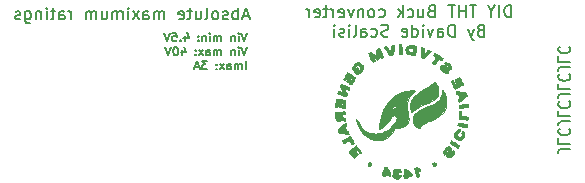
<source format=gbr>
%TF.GenerationSoftware,KiCad,Pcbnew,(5.1.10)-1*%
%TF.CreationDate,2021-09-01T14:56:24+02:00*%
%TF.ProjectId,Souvenir tesi,536f7576-656e-4697-9220-746573692e6b,rev?*%
%TF.SameCoordinates,Original*%
%TF.FileFunction,Legend,Bot*%
%TF.FilePolarity,Positive*%
%FSLAX46Y46*%
G04 Gerber Fmt 4.6, Leading zero omitted, Abs format (unit mm)*
G04 Created by KiCad (PCBNEW (5.1.10)-1) date 2021-09-01 14:56:24*
%MOMM*%
%LPD*%
G01*
G04 APERTURE LIST*
%ADD10C,0.150000*%
%ADD11C,0.200000*%
%ADD12C,0.010000*%
G04 APERTURE END LIST*
D10*
X160313619Y-119981142D02*
X159599333Y-119981142D01*
X159456476Y-120024000D01*
X159361238Y-120109714D01*
X159313619Y-120238285D01*
X159313619Y-120324000D01*
X159313619Y-119124000D02*
X159313619Y-119552571D01*
X160313619Y-119552571D01*
X159408857Y-118309714D02*
X159361238Y-118352571D01*
X159313619Y-118481142D01*
X159313619Y-118566857D01*
X159361238Y-118695428D01*
X159456476Y-118781142D01*
X159551714Y-118824000D01*
X159742190Y-118866857D01*
X159885047Y-118866857D01*
X160075523Y-118824000D01*
X160170761Y-118781142D01*
X160266000Y-118695428D01*
X160313619Y-118566857D01*
X160313619Y-118481142D01*
X160266000Y-118352571D01*
X160218380Y-118309714D01*
X160313619Y-117666857D02*
X159599333Y-117666857D01*
X159456476Y-117709714D01*
X159361238Y-117795428D01*
X159313619Y-117924000D01*
X159313619Y-118009714D01*
X159313619Y-116809714D02*
X159313619Y-117238285D01*
X160313619Y-117238285D01*
X159408857Y-115995428D02*
X159361238Y-116038285D01*
X159313619Y-116166857D01*
X159313619Y-116252571D01*
X159361238Y-116381142D01*
X159456476Y-116466857D01*
X159551714Y-116509714D01*
X159742190Y-116552571D01*
X159885047Y-116552571D01*
X160075523Y-116509714D01*
X160170761Y-116466857D01*
X160266000Y-116381142D01*
X160313619Y-116252571D01*
X160313619Y-116166857D01*
X160266000Y-116038285D01*
X160218380Y-115995428D01*
X160313619Y-115352571D02*
X159599333Y-115352571D01*
X159456476Y-115395428D01*
X159361238Y-115481142D01*
X159313619Y-115609714D01*
X159313619Y-115695428D01*
X159313619Y-114495428D02*
X159313619Y-114924000D01*
X160313619Y-114924000D01*
X159408857Y-113681142D02*
X159361238Y-113724000D01*
X159313619Y-113852571D01*
X159313619Y-113938285D01*
X159361238Y-114066857D01*
X159456476Y-114152571D01*
X159551714Y-114195428D01*
X159742190Y-114238285D01*
X159885047Y-114238285D01*
X160075523Y-114195428D01*
X160170761Y-114152571D01*
X160266000Y-114066857D01*
X160313619Y-113938285D01*
X160313619Y-113852571D01*
X160266000Y-113724000D01*
X160218380Y-113681142D01*
X160313619Y-113038285D02*
X159599333Y-113038285D01*
X159456476Y-113081142D01*
X159361238Y-113166857D01*
X159313619Y-113295428D01*
X159313619Y-113381142D01*
X159313619Y-112181142D02*
X159313619Y-112609714D01*
X160313619Y-112609714D01*
X159408857Y-111366857D02*
X159361238Y-111409714D01*
X159313619Y-111538285D01*
X159313619Y-111624000D01*
X159361238Y-111752571D01*
X159456476Y-111838285D01*
X159551714Y-111881142D01*
X159742190Y-111924000D01*
X159885047Y-111924000D01*
X160075523Y-111881142D01*
X160170761Y-111838285D01*
X160266000Y-111752571D01*
X160313619Y-111624000D01*
X160313619Y-111538285D01*
X160266000Y-111409714D01*
X160218380Y-111366857D01*
X155304047Y-108847380D02*
X155304047Y-107847380D01*
X155065952Y-107847380D01*
X154923095Y-107895000D01*
X154827857Y-107990238D01*
X154780238Y-108085476D01*
X154732619Y-108275952D01*
X154732619Y-108418809D01*
X154780238Y-108609285D01*
X154827857Y-108704523D01*
X154923095Y-108799761D01*
X155065952Y-108847380D01*
X155304047Y-108847380D01*
X154304047Y-108847380D02*
X154304047Y-107847380D01*
X153637380Y-108371190D02*
X153637380Y-108847380D01*
X153970714Y-107847380D02*
X153637380Y-108371190D01*
X153304047Y-107847380D01*
X152351666Y-107847380D02*
X151780238Y-107847380D01*
X152065952Y-108847380D02*
X152065952Y-107847380D01*
X151446904Y-108847380D02*
X151446904Y-107847380D01*
X151446904Y-108323571D02*
X150875476Y-108323571D01*
X150875476Y-108847380D02*
X150875476Y-107847380D01*
X150542142Y-107847380D02*
X149970714Y-107847380D01*
X150256428Y-108847380D02*
X150256428Y-107847380D01*
X148542142Y-108323571D02*
X148399285Y-108371190D01*
X148351666Y-108418809D01*
X148304047Y-108514047D01*
X148304047Y-108656904D01*
X148351666Y-108752142D01*
X148399285Y-108799761D01*
X148494523Y-108847380D01*
X148875476Y-108847380D01*
X148875476Y-107847380D01*
X148542142Y-107847380D01*
X148446904Y-107895000D01*
X148399285Y-107942619D01*
X148351666Y-108037857D01*
X148351666Y-108133095D01*
X148399285Y-108228333D01*
X148446904Y-108275952D01*
X148542142Y-108323571D01*
X148875476Y-108323571D01*
X147446904Y-108180714D02*
X147446904Y-108847380D01*
X147875476Y-108180714D02*
X147875476Y-108704523D01*
X147827857Y-108799761D01*
X147732619Y-108847380D01*
X147589761Y-108847380D01*
X147494523Y-108799761D01*
X147446904Y-108752142D01*
X146542142Y-108799761D02*
X146637380Y-108847380D01*
X146827857Y-108847380D01*
X146923095Y-108799761D01*
X146970714Y-108752142D01*
X147018333Y-108656904D01*
X147018333Y-108371190D01*
X146970714Y-108275952D01*
X146923095Y-108228333D01*
X146827857Y-108180714D01*
X146637380Y-108180714D01*
X146542142Y-108228333D01*
X146113571Y-108847380D02*
X146113571Y-107847380D01*
X146018333Y-108466428D02*
X145732619Y-108847380D01*
X145732619Y-108180714D02*
X146113571Y-108561666D01*
X144113571Y-108799761D02*
X144208809Y-108847380D01*
X144399285Y-108847380D01*
X144494523Y-108799761D01*
X144542142Y-108752142D01*
X144589761Y-108656904D01*
X144589761Y-108371190D01*
X144542142Y-108275952D01*
X144494523Y-108228333D01*
X144399285Y-108180714D01*
X144208809Y-108180714D01*
X144113571Y-108228333D01*
X143542142Y-108847380D02*
X143637380Y-108799761D01*
X143685000Y-108752142D01*
X143732619Y-108656904D01*
X143732619Y-108371190D01*
X143685000Y-108275952D01*
X143637380Y-108228333D01*
X143542142Y-108180714D01*
X143399285Y-108180714D01*
X143304047Y-108228333D01*
X143256428Y-108275952D01*
X143208809Y-108371190D01*
X143208809Y-108656904D01*
X143256428Y-108752142D01*
X143304047Y-108799761D01*
X143399285Y-108847380D01*
X143542142Y-108847380D01*
X142780238Y-108180714D02*
X142780238Y-108847380D01*
X142780238Y-108275952D02*
X142732619Y-108228333D01*
X142637380Y-108180714D01*
X142494523Y-108180714D01*
X142399285Y-108228333D01*
X142351666Y-108323571D01*
X142351666Y-108847380D01*
X141970714Y-108180714D02*
X141732619Y-108847380D01*
X141494523Y-108180714D01*
X140732619Y-108799761D02*
X140827857Y-108847380D01*
X141018333Y-108847380D01*
X141113571Y-108799761D01*
X141161190Y-108704523D01*
X141161190Y-108323571D01*
X141113571Y-108228333D01*
X141018333Y-108180714D01*
X140827857Y-108180714D01*
X140732619Y-108228333D01*
X140685000Y-108323571D01*
X140685000Y-108418809D01*
X141161190Y-108514047D01*
X140256428Y-108847380D02*
X140256428Y-108180714D01*
X140256428Y-108371190D02*
X140208809Y-108275952D01*
X140161190Y-108228333D01*
X140065952Y-108180714D01*
X139970714Y-108180714D01*
X139780238Y-108180714D02*
X139399285Y-108180714D01*
X139637380Y-107847380D02*
X139637380Y-108704523D01*
X139589761Y-108799761D01*
X139494523Y-108847380D01*
X139399285Y-108847380D01*
X138685000Y-108799761D02*
X138780238Y-108847380D01*
X138970714Y-108847380D01*
X139065952Y-108799761D01*
X139113571Y-108704523D01*
X139113571Y-108323571D01*
X139065952Y-108228333D01*
X138970714Y-108180714D01*
X138780238Y-108180714D01*
X138685000Y-108228333D01*
X138637380Y-108323571D01*
X138637380Y-108418809D01*
X139113571Y-108514047D01*
X138208809Y-108847380D02*
X138208809Y-108180714D01*
X138208809Y-108371190D02*
X138161190Y-108275952D01*
X138113571Y-108228333D01*
X138018333Y-108180714D01*
X137923095Y-108180714D01*
X152708809Y-109973571D02*
X152565952Y-110021190D01*
X152518333Y-110068809D01*
X152470714Y-110164047D01*
X152470714Y-110306904D01*
X152518333Y-110402142D01*
X152565952Y-110449761D01*
X152661190Y-110497380D01*
X153042142Y-110497380D01*
X153042142Y-109497380D01*
X152708809Y-109497380D01*
X152613571Y-109545000D01*
X152565952Y-109592619D01*
X152518333Y-109687857D01*
X152518333Y-109783095D01*
X152565952Y-109878333D01*
X152613571Y-109925952D01*
X152708809Y-109973571D01*
X153042142Y-109973571D01*
X152137380Y-109830714D02*
X151899285Y-110497380D01*
X151661190Y-109830714D02*
X151899285Y-110497380D01*
X151994523Y-110735476D01*
X152042142Y-110783095D01*
X152137380Y-110830714D01*
X150518333Y-110497380D02*
X150518333Y-109497380D01*
X150280238Y-109497380D01*
X150137380Y-109545000D01*
X150042142Y-109640238D01*
X149994523Y-109735476D01*
X149946904Y-109925952D01*
X149946904Y-110068809D01*
X149994523Y-110259285D01*
X150042142Y-110354523D01*
X150137380Y-110449761D01*
X150280238Y-110497380D01*
X150518333Y-110497380D01*
X149089761Y-110497380D02*
X149089761Y-109973571D01*
X149137380Y-109878333D01*
X149232619Y-109830714D01*
X149423095Y-109830714D01*
X149518333Y-109878333D01*
X149089761Y-110449761D02*
X149185000Y-110497380D01*
X149423095Y-110497380D01*
X149518333Y-110449761D01*
X149565952Y-110354523D01*
X149565952Y-110259285D01*
X149518333Y-110164047D01*
X149423095Y-110116428D01*
X149185000Y-110116428D01*
X149089761Y-110068809D01*
X148708809Y-109830714D02*
X148470714Y-110497380D01*
X148232619Y-109830714D01*
X147851666Y-110497380D02*
X147851666Y-109830714D01*
X147851666Y-109497380D02*
X147899285Y-109545000D01*
X147851666Y-109592619D01*
X147804047Y-109545000D01*
X147851666Y-109497380D01*
X147851666Y-109592619D01*
X146946904Y-110497380D02*
X146946904Y-109497380D01*
X146946904Y-110449761D02*
X147042142Y-110497380D01*
X147232619Y-110497380D01*
X147327857Y-110449761D01*
X147375476Y-110402142D01*
X147423095Y-110306904D01*
X147423095Y-110021190D01*
X147375476Y-109925952D01*
X147327857Y-109878333D01*
X147232619Y-109830714D01*
X147042142Y-109830714D01*
X146946904Y-109878333D01*
X146089761Y-110449761D02*
X146185000Y-110497380D01*
X146375476Y-110497380D01*
X146470714Y-110449761D01*
X146518333Y-110354523D01*
X146518333Y-109973571D01*
X146470714Y-109878333D01*
X146375476Y-109830714D01*
X146185000Y-109830714D01*
X146089761Y-109878333D01*
X146042142Y-109973571D01*
X146042142Y-110068809D01*
X146518333Y-110164047D01*
X144899285Y-110449761D02*
X144756428Y-110497380D01*
X144518333Y-110497380D01*
X144423095Y-110449761D01*
X144375476Y-110402142D01*
X144327857Y-110306904D01*
X144327857Y-110211666D01*
X144375476Y-110116428D01*
X144423095Y-110068809D01*
X144518333Y-110021190D01*
X144708809Y-109973571D01*
X144804047Y-109925952D01*
X144851666Y-109878333D01*
X144899285Y-109783095D01*
X144899285Y-109687857D01*
X144851666Y-109592619D01*
X144804047Y-109545000D01*
X144708809Y-109497380D01*
X144470714Y-109497380D01*
X144327857Y-109545000D01*
X143470714Y-110449761D02*
X143565952Y-110497380D01*
X143756428Y-110497380D01*
X143851666Y-110449761D01*
X143899285Y-110402142D01*
X143946904Y-110306904D01*
X143946904Y-110021190D01*
X143899285Y-109925952D01*
X143851666Y-109878333D01*
X143756428Y-109830714D01*
X143565952Y-109830714D01*
X143470714Y-109878333D01*
X142613571Y-110497380D02*
X142613571Y-109973571D01*
X142661190Y-109878333D01*
X142756428Y-109830714D01*
X142946904Y-109830714D01*
X143042142Y-109878333D01*
X142613571Y-110449761D02*
X142708809Y-110497380D01*
X142946904Y-110497380D01*
X143042142Y-110449761D01*
X143089761Y-110354523D01*
X143089761Y-110259285D01*
X143042142Y-110164047D01*
X142946904Y-110116428D01*
X142708809Y-110116428D01*
X142613571Y-110068809D01*
X141994523Y-110497380D02*
X142089761Y-110449761D01*
X142137380Y-110354523D01*
X142137380Y-109497380D01*
X141613571Y-110497380D02*
X141613571Y-109830714D01*
X141613571Y-109497380D02*
X141661190Y-109545000D01*
X141613571Y-109592619D01*
X141565952Y-109545000D01*
X141613571Y-109497380D01*
X141613571Y-109592619D01*
X141185000Y-110449761D02*
X141089761Y-110497380D01*
X140899285Y-110497380D01*
X140804047Y-110449761D01*
X140756428Y-110354523D01*
X140756428Y-110306904D01*
X140804047Y-110211666D01*
X140899285Y-110164047D01*
X141042142Y-110164047D01*
X141137380Y-110116428D01*
X141185000Y-110021190D01*
X141185000Y-109973571D01*
X141137380Y-109878333D01*
X141042142Y-109830714D01*
X140899285Y-109830714D01*
X140804047Y-109878333D01*
X140327857Y-110497380D02*
X140327857Y-109830714D01*
X140327857Y-109497380D02*
X140375476Y-109545000D01*
X140327857Y-109592619D01*
X140280238Y-109545000D01*
X140327857Y-109497380D01*
X140327857Y-109592619D01*
X132931833Y-110176666D02*
X132698500Y-110876666D01*
X132465166Y-110176666D01*
X132231833Y-110876666D02*
X132231833Y-110410000D01*
X132231833Y-110176666D02*
X132265166Y-110210000D01*
X132231833Y-110243333D01*
X132198500Y-110210000D01*
X132231833Y-110176666D01*
X132231833Y-110243333D01*
X131898500Y-110410000D02*
X131898500Y-110876666D01*
X131898500Y-110476666D02*
X131865166Y-110443333D01*
X131798500Y-110410000D01*
X131698500Y-110410000D01*
X131631833Y-110443333D01*
X131598500Y-110510000D01*
X131598500Y-110876666D01*
X130731833Y-110876666D02*
X130731833Y-110410000D01*
X130731833Y-110476666D02*
X130698500Y-110443333D01*
X130631833Y-110410000D01*
X130531833Y-110410000D01*
X130465166Y-110443333D01*
X130431833Y-110510000D01*
X130431833Y-110876666D01*
X130431833Y-110510000D02*
X130398500Y-110443333D01*
X130331833Y-110410000D01*
X130231833Y-110410000D01*
X130165166Y-110443333D01*
X130131833Y-110510000D01*
X130131833Y-110876666D01*
X129798500Y-110876666D02*
X129798500Y-110410000D01*
X129798500Y-110176666D02*
X129831833Y-110210000D01*
X129798500Y-110243333D01*
X129765166Y-110210000D01*
X129798500Y-110176666D01*
X129798500Y-110243333D01*
X129465166Y-110410000D02*
X129465166Y-110876666D01*
X129465166Y-110476666D02*
X129431833Y-110443333D01*
X129365166Y-110410000D01*
X129265166Y-110410000D01*
X129198500Y-110443333D01*
X129165166Y-110510000D01*
X129165166Y-110876666D01*
X128831833Y-110810000D02*
X128798500Y-110843333D01*
X128831833Y-110876666D01*
X128865166Y-110843333D01*
X128831833Y-110810000D01*
X128831833Y-110876666D01*
X128831833Y-110443333D02*
X128798500Y-110476666D01*
X128831833Y-110510000D01*
X128865166Y-110476666D01*
X128831833Y-110443333D01*
X128831833Y-110510000D01*
X127665166Y-110410000D02*
X127665166Y-110876666D01*
X127831833Y-110143333D02*
X127998500Y-110643333D01*
X127565166Y-110643333D01*
X127298500Y-110810000D02*
X127265166Y-110843333D01*
X127298500Y-110876666D01*
X127331833Y-110843333D01*
X127298500Y-110810000D01*
X127298500Y-110876666D01*
X126631833Y-110176666D02*
X126965166Y-110176666D01*
X126998500Y-110510000D01*
X126965166Y-110476666D01*
X126898500Y-110443333D01*
X126731833Y-110443333D01*
X126665166Y-110476666D01*
X126631833Y-110510000D01*
X126598500Y-110576666D01*
X126598500Y-110743333D01*
X126631833Y-110810000D01*
X126665166Y-110843333D01*
X126731833Y-110876666D01*
X126898500Y-110876666D01*
X126965166Y-110843333D01*
X126998500Y-110810000D01*
X126398500Y-110176666D02*
X126165166Y-110876666D01*
X125931833Y-110176666D01*
X132931833Y-111376666D02*
X132698500Y-112076666D01*
X132465166Y-111376666D01*
X132231833Y-112076666D02*
X132231833Y-111610000D01*
X132231833Y-111376666D02*
X132265166Y-111410000D01*
X132231833Y-111443333D01*
X132198500Y-111410000D01*
X132231833Y-111376666D01*
X132231833Y-111443333D01*
X131898500Y-111610000D02*
X131898500Y-112076666D01*
X131898500Y-111676666D02*
X131865166Y-111643333D01*
X131798500Y-111610000D01*
X131698500Y-111610000D01*
X131631833Y-111643333D01*
X131598500Y-111710000D01*
X131598500Y-112076666D01*
X130731833Y-112076666D02*
X130731833Y-111610000D01*
X130731833Y-111676666D02*
X130698500Y-111643333D01*
X130631833Y-111610000D01*
X130531833Y-111610000D01*
X130465166Y-111643333D01*
X130431833Y-111710000D01*
X130431833Y-112076666D01*
X130431833Y-111710000D02*
X130398500Y-111643333D01*
X130331833Y-111610000D01*
X130231833Y-111610000D01*
X130165166Y-111643333D01*
X130131833Y-111710000D01*
X130131833Y-112076666D01*
X129498500Y-112076666D02*
X129498500Y-111710000D01*
X129531833Y-111643333D01*
X129598500Y-111610000D01*
X129731833Y-111610000D01*
X129798500Y-111643333D01*
X129498500Y-112043333D02*
X129565166Y-112076666D01*
X129731833Y-112076666D01*
X129798500Y-112043333D01*
X129831833Y-111976666D01*
X129831833Y-111910000D01*
X129798500Y-111843333D01*
X129731833Y-111810000D01*
X129565166Y-111810000D01*
X129498500Y-111776666D01*
X129231833Y-112076666D02*
X128865166Y-111610000D01*
X129231833Y-111610000D02*
X128865166Y-112076666D01*
X128598500Y-112010000D02*
X128565166Y-112043333D01*
X128598500Y-112076666D01*
X128631833Y-112043333D01*
X128598500Y-112010000D01*
X128598500Y-112076666D01*
X128598500Y-111643333D02*
X128565166Y-111676666D01*
X128598500Y-111710000D01*
X128631833Y-111676666D01*
X128598500Y-111643333D01*
X128598500Y-111710000D01*
X127431833Y-111610000D02*
X127431833Y-112076666D01*
X127598500Y-111343333D02*
X127765166Y-111843333D01*
X127331833Y-111843333D01*
X126931833Y-111376666D02*
X126865166Y-111376666D01*
X126798500Y-111410000D01*
X126765166Y-111443333D01*
X126731833Y-111510000D01*
X126698500Y-111643333D01*
X126698500Y-111810000D01*
X126731833Y-111943333D01*
X126765166Y-112010000D01*
X126798500Y-112043333D01*
X126865166Y-112076666D01*
X126931833Y-112076666D01*
X126998500Y-112043333D01*
X127031833Y-112010000D01*
X127065166Y-111943333D01*
X127098500Y-111810000D01*
X127098500Y-111643333D01*
X127065166Y-111510000D01*
X127031833Y-111443333D01*
X126998500Y-111410000D01*
X126931833Y-111376666D01*
X126498500Y-111376666D02*
X126265166Y-112076666D01*
X126031833Y-111376666D01*
X132831833Y-113276666D02*
X132831833Y-112576666D01*
X132498500Y-113276666D02*
X132498500Y-112810000D01*
X132498500Y-112876666D02*
X132465166Y-112843333D01*
X132398500Y-112810000D01*
X132298500Y-112810000D01*
X132231833Y-112843333D01*
X132198500Y-112910000D01*
X132198500Y-113276666D01*
X132198500Y-112910000D02*
X132165166Y-112843333D01*
X132098500Y-112810000D01*
X131998500Y-112810000D01*
X131931833Y-112843333D01*
X131898500Y-112910000D01*
X131898500Y-113276666D01*
X131265166Y-113276666D02*
X131265166Y-112910000D01*
X131298500Y-112843333D01*
X131365166Y-112810000D01*
X131498500Y-112810000D01*
X131565166Y-112843333D01*
X131265166Y-113243333D02*
X131331833Y-113276666D01*
X131498500Y-113276666D01*
X131565166Y-113243333D01*
X131598500Y-113176666D01*
X131598500Y-113110000D01*
X131565166Y-113043333D01*
X131498500Y-113010000D01*
X131331833Y-113010000D01*
X131265166Y-112976666D01*
X130998500Y-113276666D02*
X130631833Y-112810000D01*
X130998500Y-112810000D02*
X130631833Y-113276666D01*
X130365166Y-113210000D02*
X130331833Y-113243333D01*
X130365166Y-113276666D01*
X130398500Y-113243333D01*
X130365166Y-113210000D01*
X130365166Y-113276666D01*
X130365166Y-112843333D02*
X130331833Y-112876666D01*
X130365166Y-112910000D01*
X130398500Y-112876666D01*
X130365166Y-112843333D01*
X130365166Y-112910000D01*
X129565166Y-112576666D02*
X129131833Y-112576666D01*
X129365166Y-112843333D01*
X129265166Y-112843333D01*
X129198500Y-112876666D01*
X129165166Y-112910000D01*
X129131833Y-112976666D01*
X129131833Y-113143333D01*
X129165166Y-113210000D01*
X129198500Y-113243333D01*
X129265166Y-113276666D01*
X129465166Y-113276666D01*
X129531833Y-113243333D01*
X129565166Y-113210000D01*
X128865166Y-113076666D02*
X128531833Y-113076666D01*
X128931833Y-113276666D02*
X128698500Y-112576666D01*
X128465166Y-113276666D01*
D11*
X133070952Y-108751666D02*
X132594761Y-108751666D01*
X133166190Y-109037380D02*
X132832857Y-108037380D01*
X132499523Y-109037380D01*
X132166190Y-109037380D02*
X132166190Y-108037380D01*
X132166190Y-108418333D02*
X132070952Y-108370714D01*
X131880476Y-108370714D01*
X131785238Y-108418333D01*
X131737619Y-108465952D01*
X131690000Y-108561190D01*
X131690000Y-108846904D01*
X131737619Y-108942142D01*
X131785238Y-108989761D01*
X131880476Y-109037380D01*
X132070952Y-109037380D01*
X132166190Y-108989761D01*
X131309047Y-108989761D02*
X131213809Y-109037380D01*
X131023333Y-109037380D01*
X130928095Y-108989761D01*
X130880476Y-108894523D01*
X130880476Y-108846904D01*
X130928095Y-108751666D01*
X131023333Y-108704047D01*
X131166190Y-108704047D01*
X131261428Y-108656428D01*
X131309047Y-108561190D01*
X131309047Y-108513571D01*
X131261428Y-108418333D01*
X131166190Y-108370714D01*
X131023333Y-108370714D01*
X130928095Y-108418333D01*
X130309047Y-109037380D02*
X130404285Y-108989761D01*
X130451904Y-108942142D01*
X130499523Y-108846904D01*
X130499523Y-108561190D01*
X130451904Y-108465952D01*
X130404285Y-108418333D01*
X130309047Y-108370714D01*
X130166190Y-108370714D01*
X130070952Y-108418333D01*
X130023333Y-108465952D01*
X129975714Y-108561190D01*
X129975714Y-108846904D01*
X130023333Y-108942142D01*
X130070952Y-108989761D01*
X130166190Y-109037380D01*
X130309047Y-109037380D01*
X129404285Y-109037380D02*
X129499523Y-108989761D01*
X129547142Y-108894523D01*
X129547142Y-108037380D01*
X128594761Y-108370714D02*
X128594761Y-109037380D01*
X129023333Y-108370714D02*
X129023333Y-108894523D01*
X128975714Y-108989761D01*
X128880476Y-109037380D01*
X128737619Y-109037380D01*
X128642380Y-108989761D01*
X128594761Y-108942142D01*
X128261428Y-108370714D02*
X127880476Y-108370714D01*
X128118571Y-108037380D02*
X128118571Y-108894523D01*
X128070952Y-108989761D01*
X127975714Y-109037380D01*
X127880476Y-109037380D01*
X127166190Y-108989761D02*
X127261428Y-109037380D01*
X127451904Y-109037380D01*
X127547142Y-108989761D01*
X127594761Y-108894523D01*
X127594761Y-108513571D01*
X127547142Y-108418333D01*
X127451904Y-108370714D01*
X127261428Y-108370714D01*
X127166190Y-108418333D01*
X127118571Y-108513571D01*
X127118571Y-108608809D01*
X127594761Y-108704047D01*
X125928095Y-109037380D02*
X125928095Y-108370714D01*
X125928095Y-108465952D02*
X125880476Y-108418333D01*
X125785238Y-108370714D01*
X125642380Y-108370714D01*
X125547142Y-108418333D01*
X125499523Y-108513571D01*
X125499523Y-109037380D01*
X125499523Y-108513571D02*
X125451904Y-108418333D01*
X125356666Y-108370714D01*
X125213809Y-108370714D01*
X125118571Y-108418333D01*
X125070952Y-108513571D01*
X125070952Y-109037380D01*
X124166190Y-109037380D02*
X124166190Y-108513571D01*
X124213809Y-108418333D01*
X124309047Y-108370714D01*
X124499523Y-108370714D01*
X124594761Y-108418333D01*
X124166190Y-108989761D02*
X124261428Y-109037380D01*
X124499523Y-109037380D01*
X124594761Y-108989761D01*
X124642380Y-108894523D01*
X124642380Y-108799285D01*
X124594761Y-108704047D01*
X124499523Y-108656428D01*
X124261428Y-108656428D01*
X124166190Y-108608809D01*
X123785238Y-109037380D02*
X123261428Y-108370714D01*
X123785238Y-108370714D02*
X123261428Y-109037380D01*
X122880476Y-109037380D02*
X122880476Y-108370714D01*
X122880476Y-108037380D02*
X122928095Y-108085000D01*
X122880476Y-108132619D01*
X122832857Y-108085000D01*
X122880476Y-108037380D01*
X122880476Y-108132619D01*
X122404285Y-109037380D02*
X122404285Y-108370714D01*
X122404285Y-108465952D02*
X122356666Y-108418333D01*
X122261428Y-108370714D01*
X122118571Y-108370714D01*
X122023333Y-108418333D01*
X121975714Y-108513571D01*
X121975714Y-109037380D01*
X121975714Y-108513571D02*
X121928095Y-108418333D01*
X121832857Y-108370714D01*
X121690000Y-108370714D01*
X121594761Y-108418333D01*
X121547142Y-108513571D01*
X121547142Y-109037380D01*
X120642380Y-108370714D02*
X120642380Y-109037380D01*
X121070952Y-108370714D02*
X121070952Y-108894523D01*
X121023333Y-108989761D01*
X120928095Y-109037380D01*
X120785238Y-109037380D01*
X120690000Y-108989761D01*
X120642380Y-108942142D01*
X120166190Y-109037380D02*
X120166190Y-108370714D01*
X120166190Y-108465952D02*
X120118571Y-108418333D01*
X120023333Y-108370714D01*
X119880476Y-108370714D01*
X119785238Y-108418333D01*
X119737619Y-108513571D01*
X119737619Y-109037380D01*
X119737619Y-108513571D02*
X119690000Y-108418333D01*
X119594761Y-108370714D01*
X119451904Y-108370714D01*
X119356666Y-108418333D01*
X119309047Y-108513571D01*
X119309047Y-109037380D01*
X118070952Y-109037380D02*
X118070952Y-108370714D01*
X118070952Y-108561190D02*
X118023333Y-108465952D01*
X117975714Y-108418333D01*
X117880476Y-108370714D01*
X117785238Y-108370714D01*
X117023333Y-109037380D02*
X117023333Y-108513571D01*
X117070952Y-108418333D01*
X117166190Y-108370714D01*
X117356666Y-108370714D01*
X117451904Y-108418333D01*
X117023333Y-108989761D02*
X117118571Y-109037380D01*
X117356666Y-109037380D01*
X117451904Y-108989761D01*
X117499523Y-108894523D01*
X117499523Y-108799285D01*
X117451904Y-108704047D01*
X117356666Y-108656428D01*
X117118571Y-108656428D01*
X117023333Y-108608809D01*
X116690000Y-108370714D02*
X116309047Y-108370714D01*
X116547142Y-108037380D02*
X116547142Y-108894523D01*
X116499523Y-108989761D01*
X116404285Y-109037380D01*
X116309047Y-109037380D01*
X115975714Y-109037380D02*
X115975714Y-108370714D01*
X115975714Y-108037380D02*
X116023333Y-108085000D01*
X115975714Y-108132619D01*
X115928095Y-108085000D01*
X115975714Y-108037380D01*
X115975714Y-108132619D01*
X115499523Y-108370714D02*
X115499523Y-109037380D01*
X115499523Y-108465952D02*
X115451904Y-108418333D01*
X115356666Y-108370714D01*
X115213809Y-108370714D01*
X115118571Y-108418333D01*
X115070952Y-108513571D01*
X115070952Y-109037380D01*
X114166190Y-108370714D02*
X114166190Y-109180238D01*
X114213809Y-109275476D01*
X114261428Y-109323095D01*
X114356666Y-109370714D01*
X114499523Y-109370714D01*
X114594761Y-109323095D01*
X114166190Y-108989761D02*
X114261428Y-109037380D01*
X114451904Y-109037380D01*
X114547142Y-108989761D01*
X114594761Y-108942142D01*
X114642380Y-108846904D01*
X114642380Y-108561190D01*
X114594761Y-108465952D01*
X114547142Y-108418333D01*
X114451904Y-108370714D01*
X114261428Y-108370714D01*
X114166190Y-108418333D01*
X113737619Y-108989761D02*
X113642380Y-109037380D01*
X113451904Y-109037380D01*
X113356666Y-108989761D01*
X113309047Y-108894523D01*
X113309047Y-108846904D01*
X113356666Y-108751666D01*
X113451904Y-108704047D01*
X113594761Y-108704047D01*
X113690000Y-108656428D01*
X113737619Y-108561190D01*
X113737619Y-108513571D01*
X113690000Y-108418333D01*
X113594761Y-108370714D01*
X113451904Y-108370714D01*
X113356666Y-108418333D01*
D12*
%TO.C,G\u002A\u002A\u002A*%
G36*
X145622581Y-121703580D02*
G01*
X145627919Y-121703847D01*
X145737636Y-121711422D01*
X145808104Y-121723947D01*
X145855292Y-121746519D01*
X145895168Y-121784239D01*
X145901134Y-121791085D01*
X145945576Y-121856813D01*
X145966859Y-121915932D01*
X145967174Y-121921539D01*
X145957006Y-121957205D01*
X145916977Y-121972627D01*
X145860120Y-121975217D01*
X145774694Y-121963755D01*
X145718963Y-121934051D01*
X145717537Y-121932408D01*
X145675156Y-121907358D01*
X145617631Y-121898582D01*
X145566614Y-121905906D01*
X145543759Y-121929156D01*
X145544061Y-121933804D01*
X145571246Y-121959754D01*
X145630643Y-121985156D01*
X145635211Y-121986521D01*
X145694762Y-122011225D01*
X145714658Y-122050512D01*
X145713214Y-122096956D01*
X145701744Y-122153532D01*
X145670574Y-122179960D01*
X145602183Y-122190743D01*
X145599674Y-122190952D01*
X145529500Y-122202630D01*
X145503153Y-122226126D01*
X145503270Y-122246169D01*
X145534470Y-122283507D01*
X145595374Y-122301124D01*
X145663341Y-122296870D01*
X145715727Y-122268595D01*
X145717525Y-122266518D01*
X145768554Y-122235912D01*
X145840036Y-122224278D01*
X145909292Y-122231728D01*
X145953644Y-122258377D01*
X145957272Y-122265322D01*
X145953772Y-122325519D01*
X145911932Y-122394374D01*
X145843282Y-122456839D01*
X145786457Y-122488284D01*
X145693517Y-122517384D01*
X145599380Y-122521484D01*
X145480439Y-122501393D01*
X145470654Y-122499121D01*
X145368709Y-122453857D01*
X145295651Y-122380328D01*
X145256748Y-122291070D01*
X145257269Y-122198620D01*
X145302482Y-122115513D01*
X145307326Y-122110500D01*
X145344818Y-122060038D01*
X145336800Y-122024099D01*
X145334935Y-122022152D01*
X145307555Y-121960995D01*
X145307606Y-121877231D01*
X145332647Y-121794692D01*
X145362655Y-121751475D01*
X145399655Y-121721455D01*
X145445116Y-121705295D01*
X145514328Y-121700252D01*
X145622581Y-121703580D01*
G37*
X145622581Y-121703580D02*
X145627919Y-121703847D01*
X145737636Y-121711422D01*
X145808104Y-121723947D01*
X145855292Y-121746519D01*
X145895168Y-121784239D01*
X145901134Y-121791085D01*
X145945576Y-121856813D01*
X145966859Y-121915932D01*
X145967174Y-121921539D01*
X145957006Y-121957205D01*
X145916977Y-121972627D01*
X145860120Y-121975217D01*
X145774694Y-121963755D01*
X145718963Y-121934051D01*
X145717537Y-121932408D01*
X145675156Y-121907358D01*
X145617631Y-121898582D01*
X145566614Y-121905906D01*
X145543759Y-121929156D01*
X145544061Y-121933804D01*
X145571246Y-121959754D01*
X145630643Y-121985156D01*
X145635211Y-121986521D01*
X145694762Y-122011225D01*
X145714658Y-122050512D01*
X145713214Y-122096956D01*
X145701744Y-122153532D01*
X145670574Y-122179960D01*
X145602183Y-122190743D01*
X145599674Y-122190952D01*
X145529500Y-122202630D01*
X145503153Y-122226126D01*
X145503270Y-122246169D01*
X145534470Y-122283507D01*
X145595374Y-122301124D01*
X145663341Y-122296870D01*
X145715727Y-122268595D01*
X145717525Y-122266518D01*
X145768554Y-122235912D01*
X145840036Y-122224278D01*
X145909292Y-122231728D01*
X145953644Y-122258377D01*
X145957272Y-122265322D01*
X145953772Y-122325519D01*
X145911932Y-122394374D01*
X145843282Y-122456839D01*
X145786457Y-122488284D01*
X145693517Y-122517384D01*
X145599380Y-122521484D01*
X145480439Y-122501393D01*
X145470654Y-122499121D01*
X145368709Y-122453857D01*
X145295651Y-122380328D01*
X145256748Y-122291070D01*
X145257269Y-122198620D01*
X145302482Y-122115513D01*
X145307326Y-122110500D01*
X145344818Y-122060038D01*
X145336800Y-122024099D01*
X145334935Y-122022152D01*
X145307555Y-121960995D01*
X145307606Y-121877231D01*
X145332647Y-121794692D01*
X145362655Y-121751475D01*
X145399655Y-121721455D01*
X145445116Y-121705295D01*
X145514328Y-121700252D01*
X145622581Y-121703580D01*
G36*
X146389548Y-121710352D02*
G01*
X146430797Y-121727695D01*
X146484811Y-121766696D01*
X146561616Y-121832961D01*
X146644847Y-121908138D01*
X146746650Y-122001762D01*
X146813693Y-122068346D01*
X146852765Y-122117218D01*
X146870651Y-122157709D01*
X146874139Y-122199150D01*
X146872748Y-122221448D01*
X146862045Y-122287942D01*
X146833316Y-122317258D01*
X146768715Y-122327434D01*
X146767826Y-122327501D01*
X146639291Y-122339802D01*
X146556365Y-122355972D01*
X146509445Y-122379333D01*
X146488924Y-122413208D01*
X146486637Y-122424772D01*
X146468711Y-122467713D01*
X146420663Y-122488698D01*
X146374402Y-122494547D01*
X146304909Y-122493299D01*
X146271808Y-122477884D01*
X146270869Y-122473658D01*
X146251782Y-122436776D01*
X146205474Y-122387380D01*
X146201848Y-122384186D01*
X146148992Y-122317850D01*
X146134271Y-122252872D01*
X146158499Y-122203401D01*
X146190519Y-122187440D01*
X146233430Y-122159312D01*
X146233658Y-122122100D01*
X146226487Y-122080487D01*
X146464130Y-122080487D01*
X146469997Y-122141542D01*
X146498462Y-122165058D01*
X146546956Y-122168478D01*
X146605167Y-122165970D01*
X146629778Y-122159929D01*
X146629783Y-122159839D01*
X146611835Y-122137290D01*
X146566876Y-122091186D01*
X146546956Y-122071848D01*
X146464130Y-121992495D01*
X146464130Y-122080487D01*
X146226487Y-122080487D01*
X146224317Y-122067899D01*
X146215403Y-121980454D01*
X146210476Y-121907285D01*
X146201848Y-121742723D01*
X146305251Y-121718214D01*
X146351041Y-121709060D01*
X146389548Y-121710352D01*
G37*
X146389548Y-121710352D02*
X146430797Y-121727695D01*
X146484811Y-121766696D01*
X146561616Y-121832961D01*
X146644847Y-121908138D01*
X146746650Y-122001762D01*
X146813693Y-122068346D01*
X146852765Y-122117218D01*
X146870651Y-122157709D01*
X146874139Y-122199150D01*
X146872748Y-122221448D01*
X146862045Y-122287942D01*
X146833316Y-122317258D01*
X146768715Y-122327434D01*
X146767826Y-122327501D01*
X146639291Y-122339802D01*
X146556365Y-122355972D01*
X146509445Y-122379333D01*
X146488924Y-122413208D01*
X146486637Y-122424772D01*
X146468711Y-122467713D01*
X146420663Y-122488698D01*
X146374402Y-122494547D01*
X146304909Y-122493299D01*
X146271808Y-122477884D01*
X146270869Y-122473658D01*
X146251782Y-122436776D01*
X146205474Y-122387380D01*
X146201848Y-122384186D01*
X146148992Y-122317850D01*
X146134271Y-122252872D01*
X146158499Y-122203401D01*
X146190519Y-122187440D01*
X146233430Y-122159312D01*
X146233658Y-122122100D01*
X146226487Y-122080487D01*
X146464130Y-122080487D01*
X146469997Y-122141542D01*
X146498462Y-122165058D01*
X146546956Y-122168478D01*
X146605167Y-122165970D01*
X146629778Y-122159929D01*
X146629783Y-122159839D01*
X146611835Y-122137290D01*
X146566876Y-122091186D01*
X146546956Y-122071848D01*
X146464130Y-121992495D01*
X146464130Y-122080487D01*
X146226487Y-122080487D01*
X146224317Y-122067899D01*
X146215403Y-121980454D01*
X146210476Y-121907285D01*
X146201848Y-121742723D01*
X146305251Y-121718214D01*
X146351041Y-121709060D01*
X146389548Y-121710352D01*
G36*
X147380945Y-121599168D02*
G01*
X147489481Y-121635605D01*
X147491779Y-121636633D01*
X147567414Y-121672597D01*
X147602337Y-121700554D01*
X147606383Y-121734717D01*
X147592092Y-121781548D01*
X147565471Y-121839717D01*
X147529509Y-121856853D01*
X147481294Y-121850021D01*
X147443274Y-121842727D01*
X147420381Y-121846533D01*
X147412478Y-121869904D01*
X147419428Y-121921309D01*
X147441097Y-122009213D01*
X147476637Y-122139500D01*
X147498814Y-122226318D01*
X147504112Y-122276475D01*
X147491867Y-122306091D01*
X147468950Y-122325859D01*
X147403419Y-122353734D01*
X147346236Y-122361739D01*
X147316071Y-122359479D01*
X147292598Y-122347077D01*
X147271994Y-122316103D01*
X147250434Y-122258124D01*
X147224094Y-122164709D01*
X147189148Y-122027427D01*
X147182470Y-122000695D01*
X147142899Y-121833380D01*
X147120116Y-121714844D01*
X147113550Y-121641446D01*
X147121312Y-121610688D01*
X147180037Y-121585531D01*
X147272189Y-121582084D01*
X147380945Y-121599168D01*
G37*
X147380945Y-121599168D02*
X147489481Y-121635605D01*
X147491779Y-121636633D01*
X147567414Y-121672597D01*
X147602337Y-121700554D01*
X147606383Y-121734717D01*
X147592092Y-121781548D01*
X147565471Y-121839717D01*
X147529509Y-121856853D01*
X147481294Y-121850021D01*
X147443274Y-121842727D01*
X147420381Y-121846533D01*
X147412478Y-121869904D01*
X147419428Y-121921309D01*
X147441097Y-122009213D01*
X147476637Y-122139500D01*
X147498814Y-122226318D01*
X147504112Y-122276475D01*
X147491867Y-122306091D01*
X147468950Y-122325859D01*
X147403419Y-122353734D01*
X147346236Y-122361739D01*
X147316071Y-122359479D01*
X147292598Y-122347077D01*
X147271994Y-122316103D01*
X147250434Y-122258124D01*
X147224094Y-122164709D01*
X147189148Y-122027427D01*
X147182470Y-122000695D01*
X147142899Y-121833380D01*
X147120116Y-121714844D01*
X147113550Y-121641446D01*
X147121312Y-121610688D01*
X147180037Y-121585531D01*
X147272189Y-121582084D01*
X147380945Y-121599168D01*
G36*
X144645024Y-121527273D02*
G01*
X144713552Y-121542406D01*
X144716264Y-121543071D01*
X144758244Y-121558298D01*
X144795430Y-121587104D01*
X144834944Y-121638710D01*
X144883910Y-121722334D01*
X144945936Y-121840351D01*
X145010891Y-121971209D01*
X145051153Y-122065065D01*
X145070327Y-122132331D01*
X145072020Y-122183418D01*
X145069597Y-122197425D01*
X145052164Y-122247721D01*
X145020569Y-122272738D01*
X144964045Y-122274102D01*
X144871825Y-122253433D01*
X144812008Y-122236249D01*
X144707820Y-122211144D01*
X144645463Y-122212334D01*
X144617618Y-122240947D01*
X144614348Y-122266738D01*
X144590627Y-122296141D01*
X144525786Y-122302308D01*
X144441793Y-122287490D01*
X144402220Y-122251741D01*
X144393478Y-122209496D01*
X144382996Y-122151841D01*
X144365869Y-122127065D01*
X144345790Y-122089648D01*
X144338261Y-122030726D01*
X144349601Y-121969041D01*
X144390476Y-121943910D01*
X144397869Y-121942627D01*
X144401073Y-121941261D01*
X144696342Y-121941261D01*
X144708987Y-122002495D01*
X144755015Y-122035712D01*
X144759293Y-122036516D01*
X144811191Y-122042193D01*
X144828837Y-122029096D01*
X144815923Y-121985696D01*
X144792094Y-121934100D01*
X144756835Y-121872208D01*
X144731363Y-121859446D01*
X144721136Y-121869738D01*
X144696342Y-121941261D01*
X144401073Y-121941261D01*
X144431862Y-121928137D01*
X144460526Y-121888993D01*
X144489695Y-121814537D01*
X144516086Y-121726739D01*
X144546877Y-121629267D01*
X144575908Y-121556704D01*
X144597877Y-121521858D01*
X144601423Y-121520526D01*
X144645024Y-121527273D01*
G37*
X144645024Y-121527273D02*
X144713552Y-121542406D01*
X144716264Y-121543071D01*
X144758244Y-121558298D01*
X144795430Y-121587104D01*
X144834944Y-121638710D01*
X144883910Y-121722334D01*
X144945936Y-121840351D01*
X145010891Y-121971209D01*
X145051153Y-122065065D01*
X145070327Y-122132331D01*
X145072020Y-122183418D01*
X145069597Y-122197425D01*
X145052164Y-122247721D01*
X145020569Y-122272738D01*
X144964045Y-122274102D01*
X144871825Y-122253433D01*
X144812008Y-122236249D01*
X144707820Y-122211144D01*
X144645463Y-122212334D01*
X144617618Y-122240947D01*
X144614348Y-122266738D01*
X144590627Y-122296141D01*
X144525786Y-122302308D01*
X144441793Y-122287490D01*
X144402220Y-122251741D01*
X144393478Y-122209496D01*
X144382996Y-122151841D01*
X144365869Y-122127065D01*
X144345790Y-122089648D01*
X144338261Y-122030726D01*
X144349601Y-121969041D01*
X144390476Y-121943910D01*
X144397869Y-121942627D01*
X144401073Y-121941261D01*
X144696342Y-121941261D01*
X144708987Y-122002495D01*
X144755015Y-122035712D01*
X144759293Y-122036516D01*
X144811191Y-122042193D01*
X144828837Y-122029096D01*
X144815923Y-121985696D01*
X144792094Y-121934100D01*
X144756835Y-121872208D01*
X144731363Y-121859446D01*
X144721136Y-121869738D01*
X144696342Y-121941261D01*
X144401073Y-121941261D01*
X144431862Y-121928137D01*
X144460526Y-121888993D01*
X144489695Y-121814537D01*
X144516086Y-121726739D01*
X144546877Y-121629267D01*
X144575908Y-121556704D01*
X144597877Y-121521858D01*
X144601423Y-121520526D01*
X144645024Y-121527273D01*
G36*
X143366330Y-121137585D02*
G01*
X143439403Y-121184929D01*
X143447880Y-121195157D01*
X143479405Y-121271312D01*
X143467449Y-121344149D01*
X143423425Y-121404352D01*
X143358742Y-121442605D01*
X143284812Y-121449591D01*
X143213046Y-121415995D01*
X143196779Y-121400163D01*
X143155471Y-121319167D01*
X143166136Y-121233343D01*
X143208697Y-121172173D01*
X143282659Y-121132683D01*
X143366330Y-121137585D01*
G37*
X143366330Y-121137585D02*
X143439403Y-121184929D01*
X143447880Y-121195157D01*
X143479405Y-121271312D01*
X143467449Y-121344149D01*
X143423425Y-121404352D01*
X143358742Y-121442605D01*
X143284812Y-121449591D01*
X143213046Y-121415995D01*
X143196779Y-121400163D01*
X143155471Y-121319167D01*
X143166136Y-121233343D01*
X143208697Y-121172173D01*
X143282659Y-121132683D01*
X143366330Y-121137585D01*
G36*
X148808969Y-121130993D02*
G01*
X148866479Y-121169331D01*
X148918442Y-121243676D01*
X148928206Y-121298319D01*
X148905513Y-121378854D01*
X148848426Y-121431602D01*
X148773433Y-121450226D01*
X148697021Y-121428386D01*
X148663301Y-121400163D01*
X148622945Y-121322014D01*
X148625338Y-121238499D01*
X148669143Y-121169910D01*
X148678969Y-121162326D01*
X148749501Y-121124955D01*
X148808969Y-121130993D01*
G37*
X148808969Y-121130993D02*
X148866479Y-121169331D01*
X148918442Y-121243676D01*
X148928206Y-121298319D01*
X148905513Y-121378854D01*
X148848426Y-121431602D01*
X148773433Y-121450226D01*
X148697021Y-121428386D01*
X148663301Y-121400163D01*
X148622945Y-121322014D01*
X148625338Y-121238499D01*
X148669143Y-121169910D01*
X148678969Y-121162326D01*
X148749501Y-121124955D01*
X148808969Y-121130993D01*
G36*
X142162577Y-119731008D02*
G01*
X142212283Y-119784835D01*
X142283492Y-119864861D01*
X142369061Y-119963161D01*
X142380571Y-119976525D01*
X142480253Y-120094784D01*
X142545040Y-120180517D01*
X142577574Y-120241696D01*
X142580494Y-120286291D01*
X142556442Y-120322275D01*
X142508058Y-120357618D01*
X142507034Y-120358263D01*
X142477822Y-120366433D01*
X142441573Y-120350661D01*
X142389457Y-120304632D01*
X142312640Y-120222027D01*
X142305717Y-120214272D01*
X142225774Y-120128083D01*
X142171693Y-120079977D01*
X142135718Y-120064236D01*
X142113202Y-120072341D01*
X142098908Y-120096599D01*
X142110504Y-120133556D01*
X142152871Y-120193248D01*
X142199028Y-120248763D01*
X142275450Y-120344680D01*
X142312879Y-120412260D01*
X142313204Y-120460280D01*
X142278314Y-120497516D01*
X142255492Y-120511053D01*
X142218256Y-120526858D01*
X142185115Y-120523586D01*
X142144134Y-120494671D01*
X142083374Y-120433548D01*
X142050647Y-120398381D01*
X141967125Y-120314989D01*
X141911594Y-120276247D01*
X141884304Y-120277666D01*
X141882926Y-120311509D01*
X141920360Y-120375650D01*
X141992518Y-120466260D01*
X142057987Y-120545695D01*
X142106435Y-120609652D01*
X142128953Y-120646244D01*
X142129565Y-120649060D01*
X142109370Y-120675904D01*
X142063255Y-120714305D01*
X142012928Y-120747881D01*
X141981985Y-120760435D01*
X141960518Y-120740796D01*
X141910935Y-120687481D01*
X141840873Y-120608893D01*
X141767046Y-120523994D01*
X141684655Y-120425914D01*
X141616673Y-120340589D01*
X141570851Y-120278032D01*
X141555085Y-120250110D01*
X141572293Y-120223487D01*
X141622496Y-120169270D01*
X141696696Y-120095724D01*
X141785901Y-120011112D01*
X141881113Y-119923701D01*
X141973337Y-119841755D01*
X142053579Y-119773538D01*
X142112842Y-119727316D01*
X142141517Y-119711304D01*
X142162577Y-119731008D01*
G37*
X142162577Y-119731008D02*
X142212283Y-119784835D01*
X142283492Y-119864861D01*
X142369061Y-119963161D01*
X142380571Y-119976525D01*
X142480253Y-120094784D01*
X142545040Y-120180517D01*
X142577574Y-120241696D01*
X142580494Y-120286291D01*
X142556442Y-120322275D01*
X142508058Y-120357618D01*
X142507034Y-120358263D01*
X142477822Y-120366433D01*
X142441573Y-120350661D01*
X142389457Y-120304632D01*
X142312640Y-120222027D01*
X142305717Y-120214272D01*
X142225774Y-120128083D01*
X142171693Y-120079977D01*
X142135718Y-120064236D01*
X142113202Y-120072341D01*
X142098908Y-120096599D01*
X142110504Y-120133556D01*
X142152871Y-120193248D01*
X142199028Y-120248763D01*
X142275450Y-120344680D01*
X142312879Y-120412260D01*
X142313204Y-120460280D01*
X142278314Y-120497516D01*
X142255492Y-120511053D01*
X142218256Y-120526858D01*
X142185115Y-120523586D01*
X142144134Y-120494671D01*
X142083374Y-120433548D01*
X142050647Y-120398381D01*
X141967125Y-120314989D01*
X141911594Y-120276247D01*
X141884304Y-120277666D01*
X141882926Y-120311509D01*
X141920360Y-120375650D01*
X141992518Y-120466260D01*
X142057987Y-120545695D01*
X142106435Y-120609652D01*
X142128953Y-120646244D01*
X142129565Y-120649060D01*
X142109370Y-120675904D01*
X142063255Y-120714305D01*
X142012928Y-120747881D01*
X141981985Y-120760435D01*
X141960518Y-120740796D01*
X141910935Y-120687481D01*
X141840873Y-120608893D01*
X141767046Y-120523994D01*
X141684655Y-120425914D01*
X141616673Y-120340589D01*
X141570851Y-120278032D01*
X141555085Y-120250110D01*
X141572293Y-120223487D01*
X141622496Y-120169270D01*
X141696696Y-120095724D01*
X141785901Y-120011112D01*
X141881113Y-119923701D01*
X141973337Y-119841755D01*
X142053579Y-119773538D01*
X142112842Y-119727316D01*
X142141517Y-119711304D01*
X142162577Y-119731008D01*
G36*
X150096575Y-119837689D02*
G01*
X150133969Y-119865606D01*
X150198435Y-119942251D01*
X150219648Y-120031789D01*
X150197382Y-120140758D01*
X150131407Y-120275697D01*
X150118952Y-120296569D01*
X150061908Y-120400382D01*
X150040828Y-120465417D01*
X150047170Y-120489300D01*
X150084377Y-120494219D01*
X150131610Y-120461070D01*
X150176588Y-120402298D01*
X150207032Y-120330345D01*
X150208030Y-120326300D01*
X150240149Y-120249254D01*
X150291410Y-120179284D01*
X150347253Y-120133774D01*
X150376257Y-120125435D01*
X150417641Y-120149628D01*
X150444901Y-120210026D01*
X150452912Y-120288352D01*
X150440751Y-120355392D01*
X150378122Y-120483111D01*
X150291755Y-120589255D01*
X150190658Y-120669297D01*
X150083839Y-120718712D01*
X149980304Y-120732974D01*
X149889063Y-120707555D01*
X149834395Y-120660081D01*
X149791986Y-120587585D01*
X149781862Y-120510172D01*
X149805280Y-120416245D01*
X149863498Y-120294207D01*
X149876651Y-120270359D01*
X149932204Y-120161305D01*
X149954042Y-120092384D01*
X149947806Y-120064154D01*
X149910220Y-120058564D01*
X149862817Y-120090426D01*
X149817276Y-120146329D01*
X149785275Y-120212862D01*
X149777174Y-120260105D01*
X149756356Y-120344331D01*
X149702857Y-120430388D01*
X149628541Y-120518708D01*
X149578618Y-120457056D01*
X149531478Y-120357917D01*
X149534822Y-120242825D01*
X149587714Y-120115951D01*
X149684139Y-119987047D01*
X149801572Y-119874287D01*
X149906313Y-119812656D01*
X150003075Y-119800881D01*
X150096575Y-119837689D01*
G37*
X150096575Y-119837689D02*
X150133969Y-119865606D01*
X150198435Y-119942251D01*
X150219648Y-120031789D01*
X150197382Y-120140758D01*
X150131407Y-120275697D01*
X150118952Y-120296569D01*
X150061908Y-120400382D01*
X150040828Y-120465417D01*
X150047170Y-120489300D01*
X150084377Y-120494219D01*
X150131610Y-120461070D01*
X150176588Y-120402298D01*
X150207032Y-120330345D01*
X150208030Y-120326300D01*
X150240149Y-120249254D01*
X150291410Y-120179284D01*
X150347253Y-120133774D01*
X150376257Y-120125435D01*
X150417641Y-120149628D01*
X150444901Y-120210026D01*
X150452912Y-120288352D01*
X150440751Y-120355392D01*
X150378122Y-120483111D01*
X150291755Y-120589255D01*
X150190658Y-120669297D01*
X150083839Y-120718712D01*
X149980304Y-120732974D01*
X149889063Y-120707555D01*
X149834395Y-120660081D01*
X149791986Y-120587585D01*
X149781862Y-120510172D01*
X149805280Y-120416245D01*
X149863498Y-120294207D01*
X149876651Y-120270359D01*
X149932204Y-120161305D01*
X149954042Y-120092384D01*
X149947806Y-120064154D01*
X149910220Y-120058564D01*
X149862817Y-120090426D01*
X149817276Y-120146329D01*
X149785275Y-120212862D01*
X149777174Y-120260105D01*
X149756356Y-120344331D01*
X149702857Y-120430388D01*
X149628541Y-120518708D01*
X149578618Y-120457056D01*
X149531478Y-120357917D01*
X149534822Y-120242825D01*
X149587714Y-120115951D01*
X149684139Y-119987047D01*
X149801572Y-119874287D01*
X149906313Y-119812656D01*
X150003075Y-119800881D01*
X150096575Y-119837689D01*
G36*
X150260605Y-119311066D02*
G01*
X150329670Y-119348274D01*
X150423064Y-119402093D01*
X150529780Y-119465819D01*
X150638810Y-119532748D01*
X150739146Y-119596176D01*
X150819782Y-119649399D01*
X150869709Y-119685713D01*
X150878806Y-119694227D01*
X150882598Y-119736031D01*
X150859820Y-119797531D01*
X150821884Y-119858348D01*
X150780207Y-119898103D01*
X150761473Y-119903712D01*
X150727139Y-119889342D01*
X150656414Y-119850735D01*
X150559291Y-119793609D01*
X150445763Y-119723683D01*
X150434277Y-119716449D01*
X150320460Y-119644044D01*
X150223525Y-119581286D01*
X150153144Y-119534516D01*
X150118994Y-119510075D01*
X150117988Y-119509147D01*
X150116676Y-119474315D01*
X150138040Y-119415633D01*
X150171635Y-119353435D01*
X150207015Y-119308053D01*
X150226876Y-119297174D01*
X150260605Y-119311066D01*
G37*
X150260605Y-119311066D02*
X150329670Y-119348274D01*
X150423064Y-119402093D01*
X150529780Y-119465819D01*
X150638810Y-119532748D01*
X150739146Y-119596176D01*
X150819782Y-119649399D01*
X150869709Y-119685713D01*
X150878806Y-119694227D01*
X150882598Y-119736031D01*
X150859820Y-119797531D01*
X150821884Y-119858348D01*
X150780207Y-119898103D01*
X150761473Y-119903712D01*
X150727139Y-119889342D01*
X150656414Y-119850735D01*
X150559291Y-119793609D01*
X150445763Y-119723683D01*
X150434277Y-119716449D01*
X150320460Y-119644044D01*
X150223525Y-119581286D01*
X150153144Y-119534516D01*
X150118994Y-119510075D01*
X150117988Y-119509147D01*
X150116676Y-119474315D01*
X150138040Y-119415633D01*
X150171635Y-119353435D01*
X150207015Y-119308053D01*
X150226876Y-119297174D01*
X150260605Y-119311066D01*
G36*
X141685817Y-118955084D02*
G01*
X141725408Y-119018814D01*
X141777697Y-119107115D01*
X141835882Y-119208047D01*
X141893159Y-119309670D01*
X141942725Y-119400048D01*
X141977776Y-119467240D01*
X141991510Y-119499308D01*
X141991522Y-119499590D01*
X141971340Y-119523705D01*
X141921767Y-119563838D01*
X141911801Y-119571049D01*
X141852242Y-119606088D01*
X141816812Y-119604463D01*
X141805745Y-119593636D01*
X141779128Y-119552838D01*
X141735702Y-119480161D01*
X141689805Y-119400053D01*
X141600200Y-119240650D01*
X141443850Y-119329429D01*
X141346634Y-119385071D01*
X141255967Y-119437693D01*
X141204674Y-119468023D01*
X141140770Y-119501784D01*
X141095270Y-119517749D01*
X141092450Y-119517940D01*
X141061900Y-119495259D01*
X141027321Y-119440770D01*
X140998261Y-119375074D01*
X140984272Y-119318773D01*
X140989226Y-119295282D01*
X141027740Y-119267745D01*
X141100595Y-119223300D01*
X141196983Y-119167815D01*
X141306098Y-119107160D01*
X141417134Y-119047204D01*
X141519284Y-118993817D01*
X141601741Y-118952867D01*
X141653698Y-118930225D01*
X141665728Y-118927862D01*
X141685817Y-118955084D01*
G37*
X141685817Y-118955084D02*
X141725408Y-119018814D01*
X141777697Y-119107115D01*
X141835882Y-119208047D01*
X141893159Y-119309670D01*
X141942725Y-119400048D01*
X141977776Y-119467240D01*
X141991510Y-119499308D01*
X141991522Y-119499590D01*
X141971340Y-119523705D01*
X141921767Y-119563838D01*
X141911801Y-119571049D01*
X141852242Y-119606088D01*
X141816812Y-119604463D01*
X141805745Y-119593636D01*
X141779128Y-119552838D01*
X141735702Y-119480161D01*
X141689805Y-119400053D01*
X141600200Y-119240650D01*
X141443850Y-119329429D01*
X141346634Y-119385071D01*
X141255967Y-119437693D01*
X141204674Y-119468023D01*
X141140770Y-119501784D01*
X141095270Y-119517749D01*
X141092450Y-119517940D01*
X141061900Y-119495259D01*
X141027321Y-119440770D01*
X140998261Y-119375074D01*
X140984272Y-119318773D01*
X140989226Y-119295282D01*
X141027740Y-119267745D01*
X141100595Y-119223300D01*
X141196983Y-119167815D01*
X141306098Y-119107160D01*
X141417134Y-119047204D01*
X141519284Y-118993817D01*
X141601741Y-118952867D01*
X141653698Y-118930225D01*
X141665728Y-118927862D01*
X141685817Y-118955084D01*
G36*
X147043337Y-115053904D02*
G01*
X147108509Y-115061850D01*
X147121724Y-115067179D01*
X147129466Y-115089788D01*
X147106051Y-115131112D01*
X147047230Y-115196998D01*
X146976960Y-115266399D01*
X146799291Y-115458051D01*
X146663191Y-115655179D01*
X146567096Y-115864244D01*
X146509442Y-116091703D01*
X146488664Y-116344017D01*
X146503198Y-116627643D01*
X146551480Y-116949041D01*
X146559431Y-116990270D01*
X146586709Y-117141837D01*
X146609059Y-117290799D01*
X146624183Y-117420081D01*
X146629782Y-117512607D01*
X146629783Y-117513021D01*
X146608025Y-117696134D01*
X146542037Y-117852044D01*
X146430741Y-117981533D01*
X146273062Y-118085383D01*
X146067925Y-118164377D01*
X145814255Y-118219296D01*
X145627451Y-118242033D01*
X145411968Y-118261848D01*
X145347270Y-118421272D01*
X145223075Y-118657026D01*
X145058101Y-118859748D01*
X144857765Y-119026653D01*
X144627486Y-119154956D01*
X144372680Y-119241870D01*
X144098765Y-119284611D01*
X143811159Y-119280394D01*
X143703261Y-119266518D01*
X143609930Y-119243015D01*
X143488438Y-119200563D01*
X143359127Y-119146602D01*
X143302935Y-119120119D01*
X143036622Y-118958533D01*
X142798722Y-118750014D01*
X142590053Y-118495458D01*
X142411435Y-118195763D01*
X142360031Y-118088879D01*
X142310855Y-117970047D01*
X142265526Y-117841133D01*
X142227753Y-117715260D01*
X142201245Y-117605550D01*
X142189710Y-117525126D01*
X142192063Y-117494573D01*
X142207834Y-117503425D01*
X142241413Y-117552555D01*
X142286643Y-117632496D01*
X142305909Y-117669584D01*
X142475448Y-117961816D01*
X142662360Y-118202835D01*
X142869545Y-118394717D01*
X143099906Y-118539538D01*
X143356347Y-118639373D01*
X143641768Y-118696298D01*
X143756617Y-118706989D01*
X144045214Y-118699263D01*
X144329683Y-118639094D01*
X144605372Y-118529252D01*
X144867631Y-118372508D01*
X145111809Y-118171633D01*
X145333254Y-117929398D01*
X145524054Y-117654014D01*
X145594554Y-117513169D01*
X145619392Y-117398381D01*
X145598784Y-117304974D01*
X145543221Y-117236748D01*
X145472435Y-117187584D01*
X145405057Y-117170058D01*
X145335604Y-117187351D01*
X145258596Y-117242641D01*
X145168553Y-117339107D01*
X145059994Y-117479929D01*
X145014282Y-117543565D01*
X144917078Y-117672394D01*
X144806697Y-117805774D01*
X144699667Y-117924240D01*
X144642733Y-117981196D01*
X144537962Y-118071880D01*
X144427360Y-118154083D01*
X144321104Y-118221689D01*
X144229370Y-118268578D01*
X144162334Y-118288633D01*
X144137586Y-118284874D01*
X144122900Y-118246278D01*
X144121195Y-118163032D01*
X144131006Y-118043780D01*
X144150867Y-117897165D01*
X144179314Y-117731833D01*
X144214881Y-117556426D01*
X144256103Y-117379589D01*
X144301515Y-117209966D01*
X144342018Y-117078809D01*
X144468924Y-116736041D01*
X144577301Y-116504465D01*
X145249348Y-116504465D01*
X145254530Y-116566663D01*
X145265499Y-116598470D01*
X145306854Y-116604630D01*
X145372761Y-116580327D01*
X145448040Y-116533444D01*
X145517512Y-116471862D01*
X145524730Y-116463866D01*
X145575012Y-116400495D01*
X145604778Y-116351183D01*
X145608261Y-116338632D01*
X145585103Y-116321078D01*
X145521573Y-116326865D01*
X145426590Y-116354443D01*
X145352880Y-116383036D01*
X145283598Y-116419723D01*
X145254053Y-116461919D01*
X145249348Y-116504465D01*
X144577301Y-116504465D01*
X144608368Y-116438084D01*
X144766229Y-116174934D01*
X144948386Y-115936589D01*
X145123228Y-115749456D01*
X145399517Y-115514154D01*
X145702898Y-115325109D01*
X146028626Y-115184919D01*
X146284674Y-115113415D01*
X146394521Y-115094070D01*
X146527103Y-115077606D01*
X146670349Y-115064691D01*
X146812185Y-115055991D01*
X146940538Y-115052173D01*
X147043337Y-115053904D01*
G37*
X147043337Y-115053904D02*
X147108509Y-115061850D01*
X147121724Y-115067179D01*
X147129466Y-115089788D01*
X147106051Y-115131112D01*
X147047230Y-115196998D01*
X146976960Y-115266399D01*
X146799291Y-115458051D01*
X146663191Y-115655179D01*
X146567096Y-115864244D01*
X146509442Y-116091703D01*
X146488664Y-116344017D01*
X146503198Y-116627643D01*
X146551480Y-116949041D01*
X146559431Y-116990270D01*
X146586709Y-117141837D01*
X146609059Y-117290799D01*
X146624183Y-117420081D01*
X146629782Y-117512607D01*
X146629783Y-117513021D01*
X146608025Y-117696134D01*
X146542037Y-117852044D01*
X146430741Y-117981533D01*
X146273062Y-118085383D01*
X146067925Y-118164377D01*
X145814255Y-118219296D01*
X145627451Y-118242033D01*
X145411968Y-118261848D01*
X145347270Y-118421272D01*
X145223075Y-118657026D01*
X145058101Y-118859748D01*
X144857765Y-119026653D01*
X144627486Y-119154956D01*
X144372680Y-119241870D01*
X144098765Y-119284611D01*
X143811159Y-119280394D01*
X143703261Y-119266518D01*
X143609930Y-119243015D01*
X143488438Y-119200563D01*
X143359127Y-119146602D01*
X143302935Y-119120119D01*
X143036622Y-118958533D01*
X142798722Y-118750014D01*
X142590053Y-118495458D01*
X142411435Y-118195763D01*
X142360031Y-118088879D01*
X142310855Y-117970047D01*
X142265526Y-117841133D01*
X142227753Y-117715260D01*
X142201245Y-117605550D01*
X142189710Y-117525126D01*
X142192063Y-117494573D01*
X142207834Y-117503425D01*
X142241413Y-117552555D01*
X142286643Y-117632496D01*
X142305909Y-117669584D01*
X142475448Y-117961816D01*
X142662360Y-118202835D01*
X142869545Y-118394717D01*
X143099906Y-118539538D01*
X143356347Y-118639373D01*
X143641768Y-118696298D01*
X143756617Y-118706989D01*
X144045214Y-118699263D01*
X144329683Y-118639094D01*
X144605372Y-118529252D01*
X144867631Y-118372508D01*
X145111809Y-118171633D01*
X145333254Y-117929398D01*
X145524054Y-117654014D01*
X145594554Y-117513169D01*
X145619392Y-117398381D01*
X145598784Y-117304974D01*
X145543221Y-117236748D01*
X145472435Y-117187584D01*
X145405057Y-117170058D01*
X145335604Y-117187351D01*
X145258596Y-117242641D01*
X145168553Y-117339107D01*
X145059994Y-117479929D01*
X145014282Y-117543565D01*
X144917078Y-117672394D01*
X144806697Y-117805774D01*
X144699667Y-117924240D01*
X144642733Y-117981196D01*
X144537962Y-118071880D01*
X144427360Y-118154083D01*
X144321104Y-118221689D01*
X144229370Y-118268578D01*
X144162334Y-118288633D01*
X144137586Y-118284874D01*
X144122900Y-118246278D01*
X144121195Y-118163032D01*
X144131006Y-118043780D01*
X144150867Y-117897165D01*
X144179314Y-117731833D01*
X144214881Y-117556426D01*
X144256103Y-117379589D01*
X144301515Y-117209966D01*
X144342018Y-117078809D01*
X144468924Y-116736041D01*
X144577301Y-116504465D01*
X145249348Y-116504465D01*
X145254530Y-116566663D01*
X145265499Y-116598470D01*
X145306854Y-116604630D01*
X145372761Y-116580327D01*
X145448040Y-116533444D01*
X145517512Y-116471862D01*
X145524730Y-116463866D01*
X145575012Y-116400495D01*
X145604778Y-116351183D01*
X145608261Y-116338632D01*
X145585103Y-116321078D01*
X145521573Y-116326865D01*
X145426590Y-116354443D01*
X145352880Y-116383036D01*
X145283598Y-116419723D01*
X145254053Y-116461919D01*
X145249348Y-116504465D01*
X144577301Y-116504465D01*
X144608368Y-116438084D01*
X144766229Y-116174934D01*
X144948386Y-115936589D01*
X145123228Y-115749456D01*
X145399517Y-115514154D01*
X145702898Y-115325109D01*
X146028626Y-115184919D01*
X146284674Y-115113415D01*
X146394521Y-115094070D01*
X146527103Y-115077606D01*
X146670349Y-115064691D01*
X146812185Y-115055991D01*
X146940538Y-115052173D01*
X147043337Y-115053904D01*
G36*
X150937492Y-118348142D02*
G01*
X150968106Y-118365510D01*
X150975740Y-118389691D01*
X150960349Y-118436910D01*
X150937083Y-118489619D01*
X150891077Y-118570529D01*
X150844430Y-118604614D01*
X150826245Y-118606956D01*
X150772384Y-118631471D01*
X150730139Y-118692929D01*
X150707145Y-118773198D01*
X150711036Y-118854148D01*
X150715840Y-118869163D01*
X150764864Y-118934051D01*
X150843622Y-118981848D01*
X150929199Y-119001502D01*
X150975918Y-118994601D01*
X151032258Y-118957961D01*
X151084908Y-118902662D01*
X151119557Y-118844378D01*
X151119144Y-118791137D01*
X151103455Y-118747568D01*
X151083988Y-118682244D01*
X151093975Y-118626110D01*
X151120337Y-118575471D01*
X151172660Y-118501694D01*
X151217531Y-118480276D01*
X151262409Y-118510411D01*
X151294723Y-118556616D01*
X151341431Y-118682712D01*
X151343987Y-118821621D01*
X151307178Y-118960578D01*
X151235789Y-119086818D01*
X151134605Y-119187576D01*
X151038474Y-119240117D01*
X150910626Y-119267520D01*
X150783228Y-119247950D01*
X150688609Y-119206757D01*
X150576653Y-119121729D01*
X150499992Y-119009905D01*
X150467949Y-118885500D01*
X150467545Y-118869670D01*
X150485429Y-118734897D01*
X150533598Y-118607225D01*
X150604580Y-118494948D01*
X150690903Y-118406357D01*
X150785095Y-118349744D01*
X150879684Y-118333402D01*
X150937492Y-118348142D01*
G37*
X150937492Y-118348142D02*
X150968106Y-118365510D01*
X150975740Y-118389691D01*
X150960349Y-118436910D01*
X150937083Y-118489619D01*
X150891077Y-118570529D01*
X150844430Y-118604614D01*
X150826245Y-118606956D01*
X150772384Y-118631471D01*
X150730139Y-118692929D01*
X150707145Y-118773198D01*
X150711036Y-118854148D01*
X150715840Y-118869163D01*
X150764864Y-118934051D01*
X150843622Y-118981848D01*
X150929199Y-119001502D01*
X150975918Y-118994601D01*
X151032258Y-118957961D01*
X151084908Y-118902662D01*
X151119557Y-118844378D01*
X151119144Y-118791137D01*
X151103455Y-118747568D01*
X151083988Y-118682244D01*
X151093975Y-118626110D01*
X151120337Y-118575471D01*
X151172660Y-118501694D01*
X151217531Y-118480276D01*
X151262409Y-118510411D01*
X151294723Y-118556616D01*
X151341431Y-118682712D01*
X151343987Y-118821621D01*
X151307178Y-118960578D01*
X151235789Y-119086818D01*
X151134605Y-119187576D01*
X151038474Y-119240117D01*
X150910626Y-119267520D01*
X150783228Y-119247950D01*
X150688609Y-119206757D01*
X150576653Y-119121729D01*
X150499992Y-119009905D01*
X150467949Y-118885500D01*
X150467545Y-118869670D01*
X150485429Y-118734897D01*
X150533598Y-118607225D01*
X150604580Y-118494948D01*
X150690903Y-118406357D01*
X150785095Y-118349744D01*
X150879684Y-118333402D01*
X150937492Y-118348142D01*
G36*
X141298532Y-117855965D02*
G01*
X141323489Y-117921069D01*
X141324586Y-117925000D01*
X141334680Y-117998286D01*
X141310491Y-118054255D01*
X141293812Y-118074200D01*
X141261901Y-118116646D01*
X141252313Y-118160897D01*
X141262676Y-118228058D01*
X141272137Y-118267094D01*
X141306126Y-118377203D01*
X141343535Y-118440926D01*
X141390428Y-118467032D01*
X141411739Y-118468913D01*
X141472000Y-118489750D01*
X141514484Y-118555823D01*
X141534984Y-118627663D01*
X141554170Y-118717391D01*
X141407031Y-118713587D01*
X141310482Y-118707913D01*
X141182439Y-118696144D01*
X141045997Y-118680493D01*
X141004197Y-118675008D01*
X140888032Y-118658275D01*
X140790708Y-118642536D01*
X140726637Y-118630200D01*
X140711695Y-118626108D01*
X140683106Y-118593027D01*
X140652270Y-118525070D01*
X140638890Y-118483412D01*
X140624757Y-118424566D01*
X140922598Y-118424566D01*
X140965485Y-118439428D01*
X141011413Y-118441304D01*
X141075324Y-118438284D01*
X141107224Y-118430859D01*
X141108043Y-118429297D01*
X141099265Y-118397555D01*
X141079590Y-118342452D01*
X141051137Y-118267614D01*
X140982960Y-118331663D01*
X140928882Y-118390414D01*
X140922598Y-118424566D01*
X140624757Y-118424566D01*
X140619167Y-118401292D01*
X140619020Y-118353416D01*
X140638729Y-118322294D01*
X140641500Y-118319705D01*
X140761985Y-118212489D01*
X140884876Y-118107362D01*
X141002689Y-118010261D01*
X141107938Y-117927123D01*
X141193140Y-117863883D01*
X141250807Y-117826479D01*
X141272419Y-117819319D01*
X141298532Y-117855965D01*
G37*
X141298532Y-117855965D02*
X141323489Y-117921069D01*
X141324586Y-117925000D01*
X141334680Y-117998286D01*
X141310491Y-118054255D01*
X141293812Y-118074200D01*
X141261901Y-118116646D01*
X141252313Y-118160897D01*
X141262676Y-118228058D01*
X141272137Y-118267094D01*
X141306126Y-118377203D01*
X141343535Y-118440926D01*
X141390428Y-118467032D01*
X141411739Y-118468913D01*
X141472000Y-118489750D01*
X141514484Y-118555823D01*
X141534984Y-118627663D01*
X141554170Y-118717391D01*
X141407031Y-118713587D01*
X141310482Y-118707913D01*
X141182439Y-118696144D01*
X141045997Y-118680493D01*
X141004197Y-118675008D01*
X140888032Y-118658275D01*
X140790708Y-118642536D01*
X140726637Y-118630200D01*
X140711695Y-118626108D01*
X140683106Y-118593027D01*
X140652270Y-118525070D01*
X140638890Y-118483412D01*
X140624757Y-118424566D01*
X140922598Y-118424566D01*
X140965485Y-118439428D01*
X141011413Y-118441304D01*
X141075324Y-118438284D01*
X141107224Y-118430859D01*
X141108043Y-118429297D01*
X141099265Y-118397555D01*
X141079590Y-118342452D01*
X141051137Y-118267614D01*
X140982960Y-118331663D01*
X140928882Y-118390414D01*
X140922598Y-118424566D01*
X140624757Y-118424566D01*
X140619167Y-118401292D01*
X140619020Y-118353416D01*
X140638729Y-118322294D01*
X140641500Y-118319705D01*
X140761985Y-118212489D01*
X140884876Y-118107362D01*
X141002689Y-118010261D01*
X141107938Y-117927123D01*
X141193140Y-117863883D01*
X141250807Y-117826479D01*
X141272419Y-117819319D01*
X141298532Y-117855965D01*
G36*
X149519284Y-115031240D02*
G01*
X149569727Y-115104790D01*
X149626382Y-115205910D01*
X149682968Y-115322422D01*
X149733201Y-115442149D01*
X149770797Y-115552912D01*
X149774151Y-115564983D01*
X149826719Y-115858982D01*
X149825492Y-116146139D01*
X149771809Y-116422663D01*
X149667006Y-116684761D01*
X149512423Y-116928643D01*
X149309397Y-117150517D01*
X149174453Y-117264192D01*
X149059105Y-117347238D01*
X148940389Y-117419567D01*
X148808653Y-117485453D01*
X148654246Y-117549165D01*
X148467516Y-117614975D01*
X148238812Y-117687155D01*
X148175869Y-117706121D01*
X147981916Y-117776164D01*
X147833873Y-117859042D01*
X147722803Y-117961233D01*
X147639765Y-118089214D01*
X147635607Y-118097594D01*
X147591903Y-118177138D01*
X147552842Y-118231567D01*
X147530727Y-118247774D01*
X147489817Y-118236510D01*
X147418028Y-118207841D01*
X147361413Y-118182244D01*
X147194832Y-118075716D01*
X147071380Y-117935581D01*
X146993126Y-117765147D01*
X146962137Y-117567722D01*
X146961693Y-117542540D01*
X146987399Y-117350091D01*
X147066115Y-117172262D01*
X147198064Y-117008600D01*
X147246563Y-116963509D01*
X147328542Y-116902607D01*
X147450586Y-116826035D01*
X147601869Y-116739555D01*
X147771564Y-116648924D01*
X147948846Y-116559903D01*
X148122890Y-116478251D01*
X148282869Y-116409727D01*
X148301259Y-116402402D01*
X148554472Y-116295896D01*
X148760312Y-116193979D01*
X148925943Y-116092595D01*
X149058526Y-115987689D01*
X149094642Y-115953214D01*
X149255324Y-115760978D01*
X149364565Y-115554422D01*
X149425675Y-115326398D01*
X149438688Y-115210102D01*
X149449234Y-115103173D01*
X149463076Y-115028952D01*
X149478173Y-114997612D01*
X149481337Y-114997438D01*
X149519284Y-115031240D01*
G37*
X149519284Y-115031240D02*
X149569727Y-115104790D01*
X149626382Y-115205910D01*
X149682968Y-115322422D01*
X149733201Y-115442149D01*
X149770797Y-115552912D01*
X149774151Y-115564983D01*
X149826719Y-115858982D01*
X149825492Y-116146139D01*
X149771809Y-116422663D01*
X149667006Y-116684761D01*
X149512423Y-116928643D01*
X149309397Y-117150517D01*
X149174453Y-117264192D01*
X149059105Y-117347238D01*
X148940389Y-117419567D01*
X148808653Y-117485453D01*
X148654246Y-117549165D01*
X148467516Y-117614975D01*
X148238812Y-117687155D01*
X148175869Y-117706121D01*
X147981916Y-117776164D01*
X147833873Y-117859042D01*
X147722803Y-117961233D01*
X147639765Y-118089214D01*
X147635607Y-118097594D01*
X147591903Y-118177138D01*
X147552842Y-118231567D01*
X147530727Y-118247774D01*
X147489817Y-118236510D01*
X147418028Y-118207841D01*
X147361413Y-118182244D01*
X147194832Y-118075716D01*
X147071380Y-117935581D01*
X146993126Y-117765147D01*
X146962137Y-117567722D01*
X146961693Y-117542540D01*
X146987399Y-117350091D01*
X147066115Y-117172262D01*
X147198064Y-117008600D01*
X147246563Y-116963509D01*
X147328542Y-116902607D01*
X147450586Y-116826035D01*
X147601869Y-116739555D01*
X147771564Y-116648924D01*
X147948846Y-116559903D01*
X148122890Y-116478251D01*
X148282869Y-116409727D01*
X148301259Y-116402402D01*
X148554472Y-116295896D01*
X148760312Y-116193979D01*
X148925943Y-116092595D01*
X149058526Y-115987689D01*
X149094642Y-115953214D01*
X149255324Y-115760978D01*
X149364565Y-115554422D01*
X149425675Y-115326398D01*
X149438688Y-115210102D01*
X149449234Y-115103173D01*
X149463076Y-115028952D01*
X149478173Y-114997612D01*
X149481337Y-114997438D01*
X149519284Y-115031240D01*
G36*
X150933376Y-117788494D02*
G01*
X151043099Y-117808049D01*
X151195366Y-117841354D01*
X151295731Y-117864254D01*
X151419911Y-117893391D01*
X151499868Y-117915589D01*
X151545316Y-117935721D01*
X151565971Y-117958658D01*
X151571550Y-117989272D01*
X151571739Y-118002656D01*
X151568958Y-118071997D01*
X151555873Y-118120290D01*
X151525373Y-118148693D01*
X151470348Y-118158368D01*
X151383687Y-118150474D01*
X151258278Y-118126170D01*
X151087010Y-118086617D01*
X151074783Y-118083703D01*
X150757283Y-118007987D01*
X150765164Y-117927852D01*
X150772633Y-117865420D01*
X150785825Y-117821151D01*
X150812103Y-117794162D01*
X150858832Y-117783571D01*
X150933376Y-117788494D01*
G37*
X150933376Y-117788494D02*
X151043099Y-117808049D01*
X151195366Y-117841354D01*
X151295731Y-117864254D01*
X151419911Y-117893391D01*
X151499868Y-117915589D01*
X151545316Y-117935721D01*
X151565971Y-117958658D01*
X151571550Y-117989272D01*
X151571739Y-118002656D01*
X151568958Y-118071997D01*
X151555873Y-118120290D01*
X151525373Y-118148693D01*
X151470348Y-118158368D01*
X151383687Y-118150474D01*
X151258278Y-118126170D01*
X151087010Y-118086617D01*
X151074783Y-118083703D01*
X150757283Y-118007987D01*
X150765164Y-117927852D01*
X150772633Y-117865420D01*
X150785825Y-117821151D01*
X150812103Y-117794162D01*
X150858832Y-117783571D01*
X150933376Y-117788494D01*
G36*
X141202987Y-116937350D02*
G01*
X141208472Y-117019912D01*
X141180751Y-117066574D01*
X141111742Y-117085934D01*
X141061358Y-117088055D01*
X140983745Y-117098861D01*
X140951334Y-117135663D01*
X140957107Y-117206516D01*
X140957334Y-117207422D01*
X140995367Y-117265946D01*
X141082184Y-117321991D01*
X141110026Y-117335180D01*
X141188517Y-117373038D01*
X141228944Y-117406004D01*
X141243927Y-117451098D01*
X141246087Y-117518662D01*
X141240657Y-117591974D01*
X141226946Y-117635476D01*
X141219217Y-117640652D01*
X141180436Y-117629378D01*
X141111624Y-117600658D01*
X141067852Y-117580168D01*
X140943358Y-117519684D01*
X140880755Y-117576545D01*
X140774550Y-117637779D01*
X140651116Y-117652470D01*
X140621420Y-117648520D01*
X140535682Y-117605214D01*
X140469516Y-117511018D01*
X140423235Y-117366791D01*
X140403335Y-117219238D01*
X140605140Y-117219238D01*
X140606864Y-117240326D01*
X140618126Y-117330269D01*
X140636037Y-117376131D01*
X140666898Y-117389049D01*
X140689585Y-117386552D01*
X140720823Y-117362997D01*
X140738458Y-117300513D01*
X140743822Y-117244992D01*
X140747276Y-117165549D01*
X140739241Y-117127698D01*
X140712211Y-117117955D01*
X140674800Y-117121001D01*
X140625503Y-117131389D01*
X140605507Y-117158471D01*
X140605140Y-117219238D01*
X140403335Y-117219238D01*
X140397151Y-117173393D01*
X140391121Y-117015627D01*
X140391854Y-116967455D01*
X140399965Y-116931968D01*
X140423010Y-116906617D01*
X140468546Y-116888853D01*
X140544127Y-116876129D01*
X140657310Y-116865898D01*
X140815651Y-116855610D01*
X140876578Y-116851922D01*
X141183481Y-116833375D01*
X141202987Y-116937350D01*
G37*
X141202987Y-116937350D02*
X141208472Y-117019912D01*
X141180751Y-117066574D01*
X141111742Y-117085934D01*
X141061358Y-117088055D01*
X140983745Y-117098861D01*
X140951334Y-117135663D01*
X140957107Y-117206516D01*
X140957334Y-117207422D01*
X140995367Y-117265946D01*
X141082184Y-117321991D01*
X141110026Y-117335180D01*
X141188517Y-117373038D01*
X141228944Y-117406004D01*
X141243927Y-117451098D01*
X141246087Y-117518662D01*
X141240657Y-117591974D01*
X141226946Y-117635476D01*
X141219217Y-117640652D01*
X141180436Y-117629378D01*
X141111624Y-117600658D01*
X141067852Y-117580168D01*
X140943358Y-117519684D01*
X140880755Y-117576545D01*
X140774550Y-117637779D01*
X140651116Y-117652470D01*
X140621420Y-117648520D01*
X140535682Y-117605214D01*
X140469516Y-117511018D01*
X140423235Y-117366791D01*
X140403335Y-117219238D01*
X140605140Y-117219238D01*
X140606864Y-117240326D01*
X140618126Y-117330269D01*
X140636037Y-117376131D01*
X140666898Y-117389049D01*
X140689585Y-117386552D01*
X140720823Y-117362997D01*
X140738458Y-117300513D01*
X140743822Y-117244992D01*
X140747276Y-117165549D01*
X140739241Y-117127698D01*
X140712211Y-117117955D01*
X140674800Y-117121001D01*
X140625503Y-117131389D01*
X140605507Y-117158471D01*
X140605140Y-117219238D01*
X140403335Y-117219238D01*
X140397151Y-117173393D01*
X140391121Y-117015627D01*
X140391854Y-116967455D01*
X140399965Y-116931968D01*
X140423010Y-116906617D01*
X140468546Y-116888853D01*
X140544127Y-116876129D01*
X140657310Y-116865898D01*
X140815651Y-116855610D01*
X140876578Y-116851922D01*
X141183481Y-116833375D01*
X141202987Y-116937350D01*
G36*
X151102391Y-117220612D02*
G01*
X151385380Y-117244273D01*
X151668369Y-117267935D01*
X151668369Y-117392174D01*
X151668032Y-117444589D01*
X151661808Y-117481761D01*
X151641882Y-117505525D01*
X151600439Y-117517718D01*
X151529661Y-117520174D01*
X151421733Y-117514729D01*
X151268839Y-117503219D01*
X151213845Y-117498921D01*
X151087012Y-117487483D01*
X150981180Y-117475000D01*
X150908055Y-117463048D01*
X150879775Y-117453932D01*
X150874173Y-117419779D01*
X150872212Y-117342339D01*
X150873927Y-117233424D01*
X150878756Y-117116087D01*
X150895326Y-116798587D01*
X150998859Y-116790018D01*
X151102391Y-116781449D01*
X151102391Y-117220612D01*
G37*
X151102391Y-117220612D02*
X151385380Y-117244273D01*
X151668369Y-117267935D01*
X151668369Y-117392174D01*
X151668032Y-117444589D01*
X151661808Y-117481761D01*
X151641882Y-117505525D01*
X151600439Y-117517718D01*
X151529661Y-117520174D01*
X151421733Y-117514729D01*
X151268839Y-117503219D01*
X151213845Y-117498921D01*
X151087012Y-117487483D01*
X150981180Y-117475000D01*
X150908055Y-117463048D01*
X150879775Y-117453932D01*
X150874173Y-117419779D01*
X150872212Y-117342339D01*
X150873927Y-117233424D01*
X150878756Y-117116087D01*
X150895326Y-116798587D01*
X150998859Y-116790018D01*
X151102391Y-116781449D01*
X151102391Y-117220612D01*
G36*
X148924176Y-114454599D02*
G01*
X148975829Y-114518831D01*
X149033081Y-114611899D01*
X149073365Y-114691948D01*
X149113634Y-114792848D01*
X149136459Y-114886312D01*
X149146243Y-114995798D01*
X149147696Y-115087940D01*
X149131667Y-115291019D01*
X149081198Y-115469292D01*
X148992713Y-115626798D01*
X148862637Y-115767576D01*
X148687393Y-115895667D01*
X148463407Y-116015108D01*
X148244891Y-116107861D01*
X147996473Y-116211351D01*
X147751920Y-116325773D01*
X147522462Y-116445163D01*
X147319330Y-116563557D01*
X147153753Y-116674988D01*
X147102703Y-116714522D01*
X147009804Y-116789355D01*
X146933835Y-116849074D01*
X146884216Y-116886363D01*
X146870051Y-116895217D01*
X146857172Y-116871080D01*
X146834287Y-116808233D01*
X146810181Y-116732676D01*
X146783304Y-116620562D01*
X146770935Y-116499963D01*
X146771247Y-116350263D01*
X146772823Y-116311644D01*
X146781757Y-116175419D01*
X146797235Y-116072564D01*
X146824313Y-115981251D01*
X146868046Y-115879652D01*
X146877451Y-115859891D01*
X146919531Y-115776369D01*
X146963685Y-115700361D01*
X147014028Y-115628637D01*
X147074674Y-115557963D01*
X147149740Y-115485108D01*
X147243338Y-115406840D01*
X147359585Y-115319926D01*
X147502594Y-115221134D01*
X147676482Y-115107231D01*
X147885362Y-114974987D01*
X148133350Y-114821168D01*
X148424560Y-114642543D01*
X148436669Y-114635139D01*
X148849317Y-114382880D01*
X148924176Y-114454599D01*
G37*
X148924176Y-114454599D02*
X148975829Y-114518831D01*
X149033081Y-114611899D01*
X149073365Y-114691948D01*
X149113634Y-114792848D01*
X149136459Y-114886312D01*
X149146243Y-114995798D01*
X149147696Y-115087940D01*
X149131667Y-115291019D01*
X149081198Y-115469292D01*
X148992713Y-115626798D01*
X148862637Y-115767576D01*
X148687393Y-115895667D01*
X148463407Y-116015108D01*
X148244891Y-116107861D01*
X147996473Y-116211351D01*
X147751920Y-116325773D01*
X147522462Y-116445163D01*
X147319330Y-116563557D01*
X147153753Y-116674988D01*
X147102703Y-116714522D01*
X147009804Y-116789355D01*
X146933835Y-116849074D01*
X146884216Y-116886363D01*
X146870051Y-116895217D01*
X146857172Y-116871080D01*
X146834287Y-116808233D01*
X146810181Y-116732676D01*
X146783304Y-116620562D01*
X146770935Y-116499963D01*
X146771247Y-116350263D01*
X146772823Y-116311644D01*
X146781757Y-116175419D01*
X146797235Y-116072564D01*
X146824313Y-115981251D01*
X146868046Y-115879652D01*
X146877451Y-115859891D01*
X146919531Y-115776369D01*
X146963685Y-115700361D01*
X147014028Y-115628637D01*
X147074674Y-115557963D01*
X147149740Y-115485108D01*
X147243338Y-115406840D01*
X147359585Y-115319926D01*
X147502594Y-115221134D01*
X147676482Y-115107231D01*
X147885362Y-114974987D01*
X148133350Y-114821168D01*
X148424560Y-114642543D01*
X148436669Y-114635139D01*
X148849317Y-114382880D01*
X148924176Y-114454599D01*
G36*
X140614293Y-115776183D02*
G01*
X140744067Y-115790011D01*
X140827622Y-115801606D01*
X140958380Y-115819808D01*
X141075150Y-115834409D01*
X141163324Y-115843676D01*
X141202793Y-115846087D01*
X141235298Y-115849082D01*
X141257068Y-115863280D01*
X141268704Y-115896500D01*
X141270811Y-115956562D01*
X141263990Y-116051286D01*
X141248843Y-116188490D01*
X141236822Y-116287826D01*
X141204674Y-116550109D01*
X141098930Y-116558809D01*
X140993186Y-116567510D01*
X141010922Y-116406961D01*
X141023187Y-116304650D01*
X141035672Y-116214024D01*
X141042358Y-116173117D01*
X141040287Y-116110344D01*
X141014456Y-116074858D01*
X140975963Y-116079124D01*
X140966080Y-116087442D01*
X140948953Y-116126778D01*
X140929748Y-116204207D01*
X140912639Y-116302853D01*
X140898142Y-116398104D01*
X140885481Y-116468801D01*
X140877322Y-116500112D01*
X140877151Y-116500313D01*
X140847061Y-116501460D01*
X140785559Y-116492485D01*
X140778891Y-116491180D01*
X140689397Y-116473282D01*
X140707373Y-116318434D01*
X140718318Y-116222215D01*
X140727058Y-116141951D01*
X140730337Y-116109427D01*
X140715079Y-116060405D01*
X140690450Y-116045946D01*
X140666416Y-116050417D01*
X140648809Y-116082026D01*
X140634398Y-116150415D01*
X140621428Y-116251953D01*
X140608081Y-116360133D01*
X140594769Y-116424997D01*
X140576602Y-116458225D01*
X140548687Y-116471497D01*
X140528261Y-116474435D01*
X140472000Y-116476812D01*
X140434943Y-116464658D01*
X140414764Y-116429758D01*
X140409141Y-116363895D01*
X140415749Y-116258855D01*
X140429918Y-116126775D01*
X140446658Y-115999596D01*
X140464813Y-115892009D01*
X140482052Y-115816320D01*
X140494546Y-115785932D01*
X140532415Y-115774885D01*
X140614293Y-115776183D01*
G37*
X140614293Y-115776183D02*
X140744067Y-115790011D01*
X140827622Y-115801606D01*
X140958380Y-115819808D01*
X141075150Y-115834409D01*
X141163324Y-115843676D01*
X141202793Y-115846087D01*
X141235298Y-115849082D01*
X141257068Y-115863280D01*
X141268704Y-115896500D01*
X141270811Y-115956562D01*
X141263990Y-116051286D01*
X141248843Y-116188490D01*
X141236822Y-116287826D01*
X141204674Y-116550109D01*
X141098930Y-116558809D01*
X140993186Y-116567510D01*
X141010922Y-116406961D01*
X141023187Y-116304650D01*
X141035672Y-116214024D01*
X141042358Y-116173117D01*
X141040287Y-116110344D01*
X141014456Y-116074858D01*
X140975963Y-116079124D01*
X140966080Y-116087442D01*
X140948953Y-116126778D01*
X140929748Y-116204207D01*
X140912639Y-116302853D01*
X140898142Y-116398104D01*
X140885481Y-116468801D01*
X140877322Y-116500112D01*
X140877151Y-116500313D01*
X140847061Y-116501460D01*
X140785559Y-116492485D01*
X140778891Y-116491180D01*
X140689397Y-116473282D01*
X140707373Y-116318434D01*
X140718318Y-116222215D01*
X140727058Y-116141951D01*
X140730337Y-116109427D01*
X140715079Y-116060405D01*
X140690450Y-116045946D01*
X140666416Y-116050417D01*
X140648809Y-116082026D01*
X140634398Y-116150415D01*
X140621428Y-116251953D01*
X140608081Y-116360133D01*
X140594769Y-116424997D01*
X140576602Y-116458225D01*
X140548687Y-116471497D01*
X140528261Y-116474435D01*
X140472000Y-116476812D01*
X140434943Y-116464658D01*
X140414764Y-116429758D01*
X140409141Y-116363895D01*
X140415749Y-116258855D01*
X140429918Y-116126775D01*
X140446658Y-115999596D01*
X140464813Y-115892009D01*
X140482052Y-115816320D01*
X140494546Y-115785932D01*
X140532415Y-115774885D01*
X140614293Y-115776183D01*
G36*
X151659460Y-116221830D02*
G01*
X151673974Y-116255950D01*
X151681756Y-116323233D01*
X151682174Y-116344147D01*
X151680716Y-116395963D01*
X151670356Y-116431752D01*
X151642114Y-116455429D01*
X151587011Y-116470914D01*
X151496067Y-116482122D01*
X151360303Y-116492970D01*
X151337065Y-116494694D01*
X151214104Y-116504689D01*
X151096525Y-116515723D01*
X151008054Y-116525555D01*
X151002012Y-116526347D01*
X150887829Y-116541628D01*
X150874999Y-116421629D01*
X150870637Y-116344381D01*
X150874863Y-116292265D01*
X150878748Y-116283294D01*
X150911378Y-116274231D01*
X150986683Y-116263478D01*
X151092182Y-116252018D01*
X151215396Y-116240833D01*
X151343847Y-116230907D01*
X151465055Y-116223220D01*
X151566541Y-116218756D01*
X151635827Y-116218497D01*
X151659460Y-116221830D01*
G37*
X151659460Y-116221830D02*
X151673974Y-116255950D01*
X151681756Y-116323233D01*
X151682174Y-116344147D01*
X151680716Y-116395963D01*
X151670356Y-116431752D01*
X151642114Y-116455429D01*
X151587011Y-116470914D01*
X151496067Y-116482122D01*
X151360303Y-116492970D01*
X151337065Y-116494694D01*
X151214104Y-116504689D01*
X151096525Y-116515723D01*
X151008054Y-116525555D01*
X151002012Y-116526347D01*
X150887829Y-116541628D01*
X150874999Y-116421629D01*
X150870637Y-116344381D01*
X150874863Y-116292265D01*
X150878748Y-116283294D01*
X150911378Y-116274231D01*
X150986683Y-116263478D01*
X151092182Y-116252018D01*
X151215396Y-116240833D01*
X151343847Y-116230907D01*
X151465055Y-116223220D01*
X151566541Y-116218756D01*
X151635827Y-116218497D01*
X151659460Y-116221830D01*
G36*
X150661987Y-115116869D02*
G01*
X150738666Y-115125333D01*
X150849558Y-115140640D01*
X150984574Y-115161455D01*
X151047769Y-115171806D01*
X151190103Y-115195342D01*
X151312594Y-115215247D01*
X151405151Y-115229908D01*
X151457684Y-115237713D01*
X151465453Y-115238560D01*
X151481238Y-115262680D01*
X151501394Y-115322061D01*
X151521165Y-115397507D01*
X151535794Y-115469820D01*
X151540524Y-115519804D01*
X151537757Y-115530359D01*
X151500890Y-115562379D01*
X151432865Y-115617329D01*
X151343078Y-115688006D01*
X151240927Y-115767208D01*
X151135811Y-115847734D01*
X151037128Y-115922379D01*
X150954274Y-115983943D01*
X150896649Y-116025223D01*
X150873936Y-116039097D01*
X150849616Y-116016534D01*
X150825621Y-115968529D01*
X150800709Y-115868667D01*
X150816395Y-115798484D01*
X150856005Y-115759553D01*
X150888763Y-115732705D01*
X150900297Y-115699071D01*
X150892970Y-115641051D01*
X150879629Y-115583631D01*
X150850899Y-115484837D01*
X151065184Y-115484837D01*
X151068025Y-115500978D01*
X151085159Y-115553734D01*
X151114718Y-115564712D01*
X151166187Y-115533974D01*
X151204384Y-115501851D01*
X151281848Y-115433701D01*
X151168339Y-115432829D01*
X151096933Y-115435034D01*
X151067079Y-115449292D01*
X151065184Y-115484837D01*
X150850899Y-115484837D01*
X150847621Y-115473565D01*
X150813830Y-115409027D01*
X150771924Y-115380514D01*
X150741727Y-115376739D01*
X150689149Y-115361558D01*
X150672444Y-115345874D01*
X150650634Y-115293379D01*
X150633101Y-115223550D01*
X150623924Y-115158226D01*
X150627183Y-115119246D01*
X150629611Y-115116578D01*
X150661987Y-115116869D01*
G37*
X150661987Y-115116869D02*
X150738666Y-115125333D01*
X150849558Y-115140640D01*
X150984574Y-115161455D01*
X151047769Y-115171806D01*
X151190103Y-115195342D01*
X151312594Y-115215247D01*
X151405151Y-115229908D01*
X151457684Y-115237713D01*
X151465453Y-115238560D01*
X151481238Y-115262680D01*
X151501394Y-115322061D01*
X151521165Y-115397507D01*
X151535794Y-115469820D01*
X151540524Y-115519804D01*
X151537757Y-115530359D01*
X151500890Y-115562379D01*
X151432865Y-115617329D01*
X151343078Y-115688006D01*
X151240927Y-115767208D01*
X151135811Y-115847734D01*
X151037128Y-115922379D01*
X150954274Y-115983943D01*
X150896649Y-116025223D01*
X150873936Y-116039097D01*
X150849616Y-116016534D01*
X150825621Y-115968529D01*
X150800709Y-115868667D01*
X150816395Y-115798484D01*
X150856005Y-115759553D01*
X150888763Y-115732705D01*
X150900297Y-115699071D01*
X150892970Y-115641051D01*
X150879629Y-115583631D01*
X150850899Y-115484837D01*
X151065184Y-115484837D01*
X151068025Y-115500978D01*
X151085159Y-115553734D01*
X151114718Y-115564712D01*
X151166187Y-115533974D01*
X151204384Y-115501851D01*
X151281848Y-115433701D01*
X151168339Y-115432829D01*
X151096933Y-115435034D01*
X151067079Y-115449292D01*
X151065184Y-115484837D01*
X150850899Y-115484837D01*
X150847621Y-115473565D01*
X150813830Y-115409027D01*
X150771924Y-115380514D01*
X150741727Y-115376739D01*
X150689149Y-115361558D01*
X150672444Y-115345874D01*
X150650634Y-115293379D01*
X150633101Y-115223550D01*
X150623924Y-115158226D01*
X150627183Y-115119246D01*
X150629611Y-115116578D01*
X150661987Y-115116869D01*
G36*
X140909207Y-114535454D02*
G01*
X140985179Y-114555521D01*
X141088453Y-114587227D01*
X141206917Y-114626463D01*
X141328458Y-114669125D01*
X141440965Y-114711105D01*
X141532327Y-114748297D01*
X141581018Y-114771289D01*
X141609943Y-114796535D01*
X141612148Y-114838853D01*
X141597892Y-114893233D01*
X141572499Y-114953777D01*
X141536018Y-114983456D01*
X141477539Y-114983903D01*
X141386151Y-114956754D01*
X141326219Y-114933938D01*
X141243839Y-114904239D01*
X141182552Y-114887221D01*
X141161495Y-114885623D01*
X141165246Y-114910980D01*
X141192967Y-114972915D01*
X141239646Y-115061006D01*
X141278070Y-115127853D01*
X141341361Y-115236673D01*
X141379929Y-115311205D01*
X141397849Y-115364274D01*
X141399192Y-115408708D01*
X141388031Y-115457334D01*
X141385446Y-115466060D01*
X141350682Y-115543088D01*
X141307952Y-115566951D01*
X141307098Y-115566903D01*
X141263673Y-115556410D01*
X141180746Y-115530177D01*
X141070381Y-115492205D01*
X140949361Y-115448253D01*
X140825963Y-115400960D01*
X140720938Y-115358138D01*
X140645570Y-115324559D01*
X140611382Y-115305252D01*
X140598952Y-115259163D01*
X140614317Y-115194976D01*
X140647788Y-115135139D01*
X140689679Y-115102100D01*
X140699670Y-115100652D01*
X140752020Y-115110121D01*
X140833699Y-115134420D01*
X140892134Y-115155214D01*
X140972668Y-115183149D01*
X141029809Y-115197983D01*
X141047494Y-115198013D01*
X141039741Y-115170677D01*
X141009244Y-115106930D01*
X140961506Y-115017808D01*
X140929302Y-114960945D01*
X140866732Y-114848467D01*
X140829819Y-114769027D01*
X140813962Y-114709476D01*
X140814558Y-114656664D01*
X140817175Y-114640609D01*
X140839071Y-114572794D01*
X140868968Y-114532945D01*
X140872649Y-114531130D01*
X140909207Y-114535454D01*
G37*
X140909207Y-114535454D02*
X140985179Y-114555521D01*
X141088453Y-114587227D01*
X141206917Y-114626463D01*
X141328458Y-114669125D01*
X141440965Y-114711105D01*
X141532327Y-114748297D01*
X141581018Y-114771289D01*
X141609943Y-114796535D01*
X141612148Y-114838853D01*
X141597892Y-114893233D01*
X141572499Y-114953777D01*
X141536018Y-114983456D01*
X141477539Y-114983903D01*
X141386151Y-114956754D01*
X141326219Y-114933938D01*
X141243839Y-114904239D01*
X141182552Y-114887221D01*
X141161495Y-114885623D01*
X141165246Y-114910980D01*
X141192967Y-114972915D01*
X141239646Y-115061006D01*
X141278070Y-115127853D01*
X141341361Y-115236673D01*
X141379929Y-115311205D01*
X141397849Y-115364274D01*
X141399192Y-115408708D01*
X141388031Y-115457334D01*
X141385446Y-115466060D01*
X141350682Y-115543088D01*
X141307952Y-115566951D01*
X141307098Y-115566903D01*
X141263673Y-115556410D01*
X141180746Y-115530177D01*
X141070381Y-115492205D01*
X140949361Y-115448253D01*
X140825963Y-115400960D01*
X140720938Y-115358138D01*
X140645570Y-115324559D01*
X140611382Y-115305252D01*
X140598952Y-115259163D01*
X140614317Y-115194976D01*
X140647788Y-115135139D01*
X140689679Y-115102100D01*
X140699670Y-115100652D01*
X140752020Y-115110121D01*
X140833699Y-115134420D01*
X140892134Y-115155214D01*
X140972668Y-115183149D01*
X141029809Y-115197983D01*
X141047494Y-115198013D01*
X141039741Y-115170677D01*
X141009244Y-115106930D01*
X140961506Y-115017808D01*
X140929302Y-114960945D01*
X140866732Y-114848467D01*
X140829819Y-114769027D01*
X140813962Y-114709476D01*
X140814558Y-114656664D01*
X140817175Y-114640609D01*
X140839071Y-114572794D01*
X140868968Y-114532945D01*
X140872649Y-114531130D01*
X140909207Y-114535454D01*
G36*
X150929994Y-113964380D02*
G01*
X150971063Y-114027874D01*
X151024561Y-114121989D01*
X151084752Y-114237145D01*
X151087322Y-114242260D01*
X151153526Y-114378341D01*
X151194350Y-114473211D01*
X151212139Y-114533414D01*
X151209236Y-114565493D01*
X151204890Y-114570445D01*
X151167090Y-114593643D01*
X151093342Y-114633596D01*
X150995108Y-114684589D01*
X150883848Y-114740905D01*
X150771024Y-114796828D01*
X150668097Y-114846642D01*
X150586527Y-114884631D01*
X150537775Y-114905077D01*
X150529971Y-114907064D01*
X150509786Y-114883924D01*
X150469931Y-114820975D01*
X150415965Y-114727523D01*
X150353443Y-114612877D01*
X150346304Y-114599414D01*
X150183803Y-114292091D01*
X150249673Y-114241442D01*
X150305756Y-114204841D01*
X150344000Y-114190179D01*
X150368459Y-114212982D01*
X150408772Y-114274241D01*
X150457555Y-114362324D01*
X150474591Y-114395975D01*
X150531611Y-114503901D01*
X150574147Y-114565856D01*
X150606663Y-114587734D01*
X150618689Y-114586282D01*
X150651681Y-114563822D01*
X150655569Y-114525390D01*
X150628996Y-114460194D01*
X150595155Y-114399056D01*
X150537214Y-114293008D01*
X150510109Y-114221501D01*
X150513007Y-114173841D01*
X150545075Y-114139334D01*
X150573644Y-114122706D01*
X150631314Y-114099248D01*
X150671372Y-114106731D01*
X150705498Y-114152766D01*
X150739806Y-114230978D01*
X150784857Y-114322229D01*
X150834765Y-114391243D01*
X150880391Y-114427183D01*
X150904981Y-114426803D01*
X150911628Y-114393671D01*
X150887753Y-114319619D01*
X150837976Y-114212938D01*
X150793133Y-114121033D01*
X150761440Y-114050510D01*
X150748311Y-114013602D01*
X150748608Y-114011019D01*
X150792882Y-113984429D01*
X150853768Y-113956949D01*
X150901833Y-113941569D01*
X150907085Y-113941087D01*
X150929994Y-113964380D01*
G37*
X150929994Y-113964380D02*
X150971063Y-114027874D01*
X151024561Y-114121989D01*
X151084752Y-114237145D01*
X151087322Y-114242260D01*
X151153526Y-114378341D01*
X151194350Y-114473211D01*
X151212139Y-114533414D01*
X151209236Y-114565493D01*
X151204890Y-114570445D01*
X151167090Y-114593643D01*
X151093342Y-114633596D01*
X150995108Y-114684589D01*
X150883848Y-114740905D01*
X150771024Y-114796828D01*
X150668097Y-114846642D01*
X150586527Y-114884631D01*
X150537775Y-114905077D01*
X150529971Y-114907064D01*
X150509786Y-114883924D01*
X150469931Y-114820975D01*
X150415965Y-114727523D01*
X150353443Y-114612877D01*
X150346304Y-114599414D01*
X150183803Y-114292091D01*
X150249673Y-114241442D01*
X150305756Y-114204841D01*
X150344000Y-114190179D01*
X150368459Y-114212982D01*
X150408772Y-114274241D01*
X150457555Y-114362324D01*
X150474591Y-114395975D01*
X150531611Y-114503901D01*
X150574147Y-114565856D01*
X150606663Y-114587734D01*
X150618689Y-114586282D01*
X150651681Y-114563822D01*
X150655569Y-114525390D01*
X150628996Y-114460194D01*
X150595155Y-114399056D01*
X150537214Y-114293008D01*
X150510109Y-114221501D01*
X150513007Y-114173841D01*
X150545075Y-114139334D01*
X150573644Y-114122706D01*
X150631314Y-114099248D01*
X150671372Y-114106731D01*
X150705498Y-114152766D01*
X150739806Y-114230978D01*
X150784857Y-114322229D01*
X150834765Y-114391243D01*
X150880391Y-114427183D01*
X150904981Y-114426803D01*
X150911628Y-114393671D01*
X150887753Y-114319619D01*
X150837976Y-114212938D01*
X150793133Y-114121033D01*
X150761440Y-114050510D01*
X150748311Y-114013602D01*
X150748608Y-114011019D01*
X150792882Y-113984429D01*
X150853768Y-113956949D01*
X150901833Y-113941569D01*
X150907085Y-113941087D01*
X150929994Y-113964380D01*
G36*
X141480341Y-113541009D02*
G01*
X141547046Y-113578376D01*
X141638705Y-113632613D01*
X141744649Y-113697105D01*
X141854211Y-113765234D01*
X141956723Y-113830383D01*
X142041517Y-113885936D01*
X142097926Y-113925276D01*
X142115221Y-113940214D01*
X142106215Y-113969673D01*
X142073434Y-114033791D01*
X142023765Y-114121306D01*
X141964091Y-114220953D01*
X141901299Y-114321469D01*
X141842273Y-114411590D01*
X141793899Y-114480053D01*
X141763941Y-114514888D01*
X141715902Y-114526943D01*
X141652925Y-114503536D01*
X141615496Y-114482118D01*
X141597001Y-114459590D01*
X141599771Y-114425921D01*
X141626136Y-114371080D01*
X141678429Y-114285035D01*
X141718370Y-114221903D01*
X141763351Y-114144684D01*
X141792328Y-114082857D01*
X141798261Y-114059921D01*
X141784720Y-114024373D01*
X141748562Y-114031414D01*
X141696484Y-114076840D01*
X141635181Y-114156446D01*
X141628584Y-114166459D01*
X141576502Y-114246563D01*
X141535572Y-114309397D01*
X141517628Y-114336830D01*
X141485701Y-114343393D01*
X141435364Y-114322346D01*
X141386393Y-114285968D01*
X141358561Y-114246536D01*
X141357228Y-114237244D01*
X141371605Y-114197681D01*
X141408391Y-114128095D01*
X141453859Y-114052801D01*
X141512491Y-113957532D01*
X141541710Y-113898986D01*
X141543996Y-113868811D01*
X141521828Y-113858655D01*
X141511612Y-113858261D01*
X141479318Y-113879977D01*
X141428388Y-113937474D01*
X141368742Y-114019270D01*
X141356522Y-114037717D01*
X141299148Y-114122498D01*
X141252433Y-114185507D01*
X141224821Y-114215506D01*
X141222137Y-114216560D01*
X141190044Y-114200921D01*
X141137279Y-114164151D01*
X141136964Y-114163909D01*
X141069255Y-114111873D01*
X141203621Y-113895339D01*
X141269003Y-113789410D01*
X141328071Y-113692717D01*
X141371245Y-113620977D01*
X141381765Y-113603055D01*
X141418964Y-113550281D01*
X141448509Y-113527172D01*
X141449257Y-113527131D01*
X141480341Y-113541009D01*
G37*
X141480341Y-113541009D02*
X141547046Y-113578376D01*
X141638705Y-113632613D01*
X141744649Y-113697105D01*
X141854211Y-113765234D01*
X141956723Y-113830383D01*
X142041517Y-113885936D01*
X142097926Y-113925276D01*
X142115221Y-113940214D01*
X142106215Y-113969673D01*
X142073434Y-114033791D01*
X142023765Y-114121306D01*
X141964091Y-114220953D01*
X141901299Y-114321469D01*
X141842273Y-114411590D01*
X141793899Y-114480053D01*
X141763941Y-114514888D01*
X141715902Y-114526943D01*
X141652925Y-114503536D01*
X141615496Y-114482118D01*
X141597001Y-114459590D01*
X141599771Y-114425921D01*
X141626136Y-114371080D01*
X141678429Y-114285035D01*
X141718370Y-114221903D01*
X141763351Y-114144684D01*
X141792328Y-114082857D01*
X141798261Y-114059921D01*
X141784720Y-114024373D01*
X141748562Y-114031414D01*
X141696484Y-114076840D01*
X141635181Y-114156446D01*
X141628584Y-114166459D01*
X141576502Y-114246563D01*
X141535572Y-114309397D01*
X141517628Y-114336830D01*
X141485701Y-114343393D01*
X141435364Y-114322346D01*
X141386393Y-114285968D01*
X141358561Y-114246536D01*
X141357228Y-114237244D01*
X141371605Y-114197681D01*
X141408391Y-114128095D01*
X141453859Y-114052801D01*
X141512491Y-113957532D01*
X141541710Y-113898986D01*
X141543996Y-113868811D01*
X141521828Y-113858655D01*
X141511612Y-113858261D01*
X141479318Y-113879977D01*
X141428388Y-113937474D01*
X141368742Y-114019270D01*
X141356522Y-114037717D01*
X141299148Y-114122498D01*
X141252433Y-114185507D01*
X141224821Y-114215506D01*
X141222137Y-114216560D01*
X141190044Y-114200921D01*
X141137279Y-114164151D01*
X141136964Y-114163909D01*
X141069255Y-114111873D01*
X141203621Y-113895339D01*
X141269003Y-113789410D01*
X141328071Y-113692717D01*
X141371245Y-113620977D01*
X141381765Y-113603055D01*
X141418964Y-113550281D01*
X141448509Y-113527172D01*
X141449257Y-113527131D01*
X141480341Y-113541009D01*
G36*
X142412720Y-112682163D02*
G01*
X142521695Y-112725708D01*
X142628523Y-112803955D01*
X142711426Y-112899997D01*
X142726256Y-112925567D01*
X142758760Y-113044591D01*
X142748392Y-113179567D01*
X142697388Y-113314599D01*
X142664073Y-113367944D01*
X142571418Y-113474146D01*
X142460357Y-113565992D01*
X142347973Y-113630774D01*
X142281413Y-113652527D01*
X142228668Y-113656030D01*
X142180888Y-113637672D01*
X142122274Y-113589233D01*
X142081250Y-113548386D01*
X142019015Y-113480429D01*
X141976470Y-113425879D01*
X141963913Y-113400634D01*
X141982312Y-113368796D01*
X142030663Y-113311291D01*
X142098698Y-113240284D01*
X142102163Y-113236861D01*
X142240413Y-113100690D01*
X142310352Y-113170628D01*
X142380290Y-113240567D01*
X142323463Y-113312810D01*
X142287510Y-113371601D01*
X142290240Y-113399935D01*
X142323642Y-113396825D01*
X142379703Y-113361285D01*
X142420156Y-113324714D01*
X142495170Y-113225916D01*
X142515629Y-113132801D01*
X142481650Y-113043296D01*
X142438652Y-112993752D01*
X142369927Y-112944684D01*
X142301322Y-112920194D01*
X142291617Y-112919565D01*
X142216728Y-112942783D01*
X142148834Y-112999957D01*
X142107098Y-113072364D01*
X142101956Y-113104843D01*
X142084620Y-113155703D01*
X142041399Y-113213193D01*
X141985474Y-113265742D01*
X141930028Y-113301781D01*
X141888243Y-113309739D01*
X141877754Y-113301639D01*
X141857817Y-113233494D01*
X141855973Y-113138068D01*
X141871036Y-113039825D01*
X141893481Y-112977510D01*
X141974189Y-112866359D01*
X142084755Y-112773827D01*
X142210361Y-112708342D01*
X142336191Y-112678332D01*
X142412720Y-112682163D01*
G37*
X142412720Y-112682163D02*
X142521695Y-112725708D01*
X142628523Y-112803955D01*
X142711426Y-112899997D01*
X142726256Y-112925567D01*
X142758760Y-113044591D01*
X142748392Y-113179567D01*
X142697388Y-113314599D01*
X142664073Y-113367944D01*
X142571418Y-113474146D01*
X142460357Y-113565992D01*
X142347973Y-113630774D01*
X142281413Y-113652527D01*
X142228668Y-113656030D01*
X142180888Y-113637672D01*
X142122274Y-113589233D01*
X142081250Y-113548386D01*
X142019015Y-113480429D01*
X141976470Y-113425879D01*
X141963913Y-113400634D01*
X141982312Y-113368796D01*
X142030663Y-113311291D01*
X142098698Y-113240284D01*
X142102163Y-113236861D01*
X142240413Y-113100690D01*
X142310352Y-113170628D01*
X142380290Y-113240567D01*
X142323463Y-113312810D01*
X142287510Y-113371601D01*
X142290240Y-113399935D01*
X142323642Y-113396825D01*
X142379703Y-113361285D01*
X142420156Y-113324714D01*
X142495170Y-113225916D01*
X142515629Y-113132801D01*
X142481650Y-113043296D01*
X142438652Y-112993752D01*
X142369927Y-112944684D01*
X142301322Y-112920194D01*
X142291617Y-112919565D01*
X142216728Y-112942783D01*
X142148834Y-112999957D01*
X142107098Y-113072364D01*
X142101956Y-113104843D01*
X142084620Y-113155703D01*
X142041399Y-113213193D01*
X141985474Y-113265742D01*
X141930028Y-113301781D01*
X141888243Y-113309739D01*
X141877754Y-113301639D01*
X141857817Y-113233494D01*
X141855973Y-113138068D01*
X141871036Y-113039825D01*
X141893481Y-112977510D01*
X141974189Y-112866359D01*
X142084755Y-112773827D01*
X142210361Y-112708342D01*
X142336191Y-112678332D01*
X142412720Y-112682163D01*
G36*
X149797447Y-112662708D02*
G01*
X149900219Y-112699062D01*
X150002618Y-112762396D01*
X150094987Y-112845959D01*
X150167669Y-112942997D01*
X150211009Y-113046760D01*
X150218913Y-113110160D01*
X150201380Y-113208846D01*
X150150988Y-113277448D01*
X150062393Y-113324622D01*
X149950319Y-113322329D01*
X149815572Y-113270688D01*
X149718934Y-113212555D01*
X149626210Y-113152001D01*
X149569476Y-113121922D01*
X149540138Y-113120216D01*
X149529600Y-113144782D01*
X149528696Y-113166040D01*
X149552691Y-113225851D01*
X149612484Y-113282817D01*
X149689782Y-113322986D01*
X149748476Y-113333696D01*
X149815499Y-113352632D01*
X149882941Y-113398665D01*
X149931113Y-113455634D01*
X149942826Y-113493254D01*
X149918987Y-113540609D01*
X149857368Y-113569119D01*
X149772820Y-113576649D01*
X149680192Y-113561063D01*
X149625326Y-113538912D01*
X149492182Y-113451523D01*
X149388791Y-113347102D01*
X149319046Y-113234170D01*
X149286842Y-113121246D01*
X149296073Y-113016852D01*
X149347984Y-112932115D01*
X149428267Y-112877351D01*
X149520664Y-112866220D01*
X149631580Y-112899380D01*
X149763369Y-112974783D01*
X149877584Y-113045746D01*
X149952983Y-113080350D01*
X149991632Y-113079356D01*
X149998043Y-113061373D01*
X149976452Y-113017557D01*
X149924180Y-112964588D01*
X149859980Y-112917916D01*
X149802604Y-112892989D01*
X149792405Y-112891956D01*
X149743333Y-112873675D01*
X149690156Y-112829173D01*
X149645904Y-112773959D01*
X149623610Y-112723545D01*
X149629406Y-112697950D01*
X149703957Y-112660087D01*
X149797447Y-112662708D01*
G37*
X149797447Y-112662708D02*
X149900219Y-112699062D01*
X150002618Y-112762396D01*
X150094987Y-112845959D01*
X150167669Y-112942997D01*
X150211009Y-113046760D01*
X150218913Y-113110160D01*
X150201380Y-113208846D01*
X150150988Y-113277448D01*
X150062393Y-113324622D01*
X149950319Y-113322329D01*
X149815572Y-113270688D01*
X149718934Y-113212555D01*
X149626210Y-113152001D01*
X149569476Y-113121922D01*
X149540138Y-113120216D01*
X149529600Y-113144782D01*
X149528696Y-113166040D01*
X149552691Y-113225851D01*
X149612484Y-113282817D01*
X149689782Y-113322986D01*
X149748476Y-113333696D01*
X149815499Y-113352632D01*
X149882941Y-113398665D01*
X149931113Y-113455634D01*
X149942826Y-113493254D01*
X149918987Y-113540609D01*
X149857368Y-113569119D01*
X149772820Y-113576649D01*
X149680192Y-113561063D01*
X149625326Y-113538912D01*
X149492182Y-113451523D01*
X149388791Y-113347102D01*
X149319046Y-113234170D01*
X149286842Y-113121246D01*
X149296073Y-113016852D01*
X149347984Y-112932115D01*
X149428267Y-112877351D01*
X149520664Y-112866220D01*
X149631580Y-112899380D01*
X149763369Y-112974783D01*
X149877584Y-113045746D01*
X149952983Y-113080350D01*
X149991632Y-113079356D01*
X149998043Y-113061373D01*
X149976452Y-113017557D01*
X149924180Y-112964588D01*
X149859980Y-112917916D01*
X149802604Y-112892989D01*
X149792405Y-112891956D01*
X149743333Y-112873675D01*
X149690156Y-112829173D01*
X149645904Y-112773959D01*
X149623610Y-112723545D01*
X149629406Y-112697950D01*
X149703957Y-112660087D01*
X149797447Y-112662708D01*
G36*
X148869410Y-111912889D02*
G01*
X148940551Y-111952832D01*
X149034135Y-112010981D01*
X149140048Y-112080444D01*
X149248180Y-112154332D01*
X149348416Y-112225752D01*
X149430645Y-112287813D01*
X149484754Y-112333625D01*
X149501087Y-112354788D01*
X149484912Y-112399433D01*
X149449162Y-112453007D01*
X149397238Y-112517131D01*
X149280423Y-112439826D01*
X149210296Y-112400004D01*
X149158494Y-112382575D01*
X149142851Y-112385663D01*
X149119173Y-112417671D01*
X149073059Y-112484114D01*
X149012523Y-112573367D01*
X148979445Y-112622772D01*
X148915341Y-112715886D01*
X148861561Y-112788403D01*
X148825864Y-112830129D01*
X148816930Y-112836274D01*
X148782803Y-112822326D01*
X148723272Y-112788363D01*
X148707337Y-112778345D01*
X148649962Y-112738730D01*
X148619237Y-112711924D01*
X148617609Y-112708542D01*
X148632029Y-112681713D01*
X148670632Y-112620284D01*
X148726429Y-112535231D01*
X148756552Y-112490297D01*
X148820414Y-112393842D01*
X148872559Y-112311717D01*
X148904900Y-112256800D01*
X148910635Y-112244937D01*
X148898115Y-112203477D01*
X148838463Y-112148533D01*
X148813541Y-112131208D01*
X148701307Y-112056935D01*
X148748236Y-111977489D01*
X148790119Y-111923072D01*
X148828477Y-111898202D01*
X148830825Y-111898043D01*
X148869410Y-111912889D01*
G37*
X148869410Y-111912889D02*
X148940551Y-111952832D01*
X149034135Y-112010981D01*
X149140048Y-112080444D01*
X149248180Y-112154332D01*
X149348416Y-112225752D01*
X149430645Y-112287813D01*
X149484754Y-112333625D01*
X149501087Y-112354788D01*
X149484912Y-112399433D01*
X149449162Y-112453007D01*
X149397238Y-112517131D01*
X149280423Y-112439826D01*
X149210296Y-112400004D01*
X149158494Y-112382575D01*
X149142851Y-112385663D01*
X149119173Y-112417671D01*
X149073059Y-112484114D01*
X149012523Y-112573367D01*
X148979445Y-112622772D01*
X148915341Y-112715886D01*
X148861561Y-112788403D01*
X148825864Y-112830129D01*
X148816930Y-112836274D01*
X148782803Y-112822326D01*
X148723272Y-112788363D01*
X148707337Y-112778345D01*
X148649962Y-112738730D01*
X148619237Y-112711924D01*
X148617609Y-112708542D01*
X148632029Y-112681713D01*
X148670632Y-112620284D01*
X148726429Y-112535231D01*
X148756552Y-112490297D01*
X148820414Y-112393842D01*
X148872559Y-112311717D01*
X148904900Y-112256800D01*
X148910635Y-112244937D01*
X148898115Y-112203477D01*
X148838463Y-112148533D01*
X148813541Y-112131208D01*
X148701307Y-112056935D01*
X148748236Y-111977489D01*
X148790119Y-111923072D01*
X148828477Y-111898202D01*
X148830825Y-111898043D01*
X148869410Y-111912889D01*
G36*
X144130886Y-111491362D02*
G01*
X144150980Y-111517546D01*
X144179837Y-111568221D01*
X144220406Y-111649143D01*
X144275636Y-111766066D01*
X144348474Y-111924748D01*
X144395616Y-112028609D01*
X144473478Y-112200587D01*
X144413531Y-112242576D01*
X144336131Y-112281398D01*
X144275308Y-112272314D01*
X144223383Y-112212438D01*
X144197879Y-112161470D01*
X144161006Y-112086174D01*
X144128956Y-112034194D01*
X144117832Y-112022555D01*
X144104042Y-112039610D01*
X144092273Y-112100962D01*
X144084540Y-112195691D01*
X144084107Y-112205562D01*
X144078622Y-112309024D01*
X144069264Y-112370778D01*
X144050882Y-112404317D01*
X144018321Y-112423136D01*
X143998336Y-112430176D01*
X143950336Y-112440292D01*
X143905413Y-112429999D01*
X143847998Y-112392869D01*
X143786318Y-112342656D01*
X143714555Y-112284031D01*
X143660167Y-112243092D01*
X143636536Y-112229348D01*
X143638506Y-112252112D01*
X143659112Y-112311322D01*
X143688116Y-112380813D01*
X143755101Y-112532278D01*
X143695429Y-112574074D01*
X143642934Y-112605924D01*
X143599126Y-112615647D01*
X143558337Y-112597903D01*
X143514898Y-112547352D01*
X143463141Y-112458657D01*
X143397397Y-112326479D01*
X143368878Y-112266512D01*
X143310864Y-112139221D01*
X143264967Y-112029634D01*
X143234877Y-111947292D01*
X143224283Y-111901734D01*
X143225738Y-111896356D01*
X143263699Y-111873255D01*
X143330822Y-111841617D01*
X143351613Y-111832840D01*
X143455508Y-111790123D01*
X143651788Y-111954518D01*
X143740641Y-112026551D01*
X143815129Y-112082540D01*
X143864317Y-112114473D01*
X143876077Y-112118913D01*
X143888887Y-112092008D01*
X143892437Y-112012567D01*
X143886663Y-111882499D01*
X143884934Y-111857990D01*
X143865781Y-111597068D01*
X143976682Y-111540490D01*
X144050127Y-111506093D01*
X144104618Y-111486027D01*
X144116608Y-111483913D01*
X144130886Y-111491362D01*
G37*
X144130886Y-111491362D02*
X144150980Y-111517546D01*
X144179837Y-111568221D01*
X144220406Y-111649143D01*
X144275636Y-111766066D01*
X144348474Y-111924748D01*
X144395616Y-112028609D01*
X144473478Y-112200587D01*
X144413531Y-112242576D01*
X144336131Y-112281398D01*
X144275308Y-112272314D01*
X144223383Y-112212438D01*
X144197879Y-112161470D01*
X144161006Y-112086174D01*
X144128956Y-112034194D01*
X144117832Y-112022555D01*
X144104042Y-112039610D01*
X144092273Y-112100962D01*
X144084540Y-112195691D01*
X144084107Y-112205562D01*
X144078622Y-112309024D01*
X144069264Y-112370778D01*
X144050882Y-112404317D01*
X144018321Y-112423136D01*
X143998336Y-112430176D01*
X143950336Y-112440292D01*
X143905413Y-112429999D01*
X143847998Y-112392869D01*
X143786318Y-112342656D01*
X143714555Y-112284031D01*
X143660167Y-112243092D01*
X143636536Y-112229348D01*
X143638506Y-112252112D01*
X143659112Y-112311322D01*
X143688116Y-112380813D01*
X143755101Y-112532278D01*
X143695429Y-112574074D01*
X143642934Y-112605924D01*
X143599126Y-112615647D01*
X143558337Y-112597903D01*
X143514898Y-112547352D01*
X143463141Y-112458657D01*
X143397397Y-112326479D01*
X143368878Y-112266512D01*
X143310864Y-112139221D01*
X143264967Y-112029634D01*
X143234877Y-111947292D01*
X143224283Y-111901734D01*
X143225738Y-111896356D01*
X143263699Y-111873255D01*
X143330822Y-111841617D01*
X143351613Y-111832840D01*
X143455508Y-111790123D01*
X143651788Y-111954518D01*
X143740641Y-112026551D01*
X143815129Y-112082540D01*
X143864317Y-112114473D01*
X143876077Y-112118913D01*
X143888887Y-112092008D01*
X143892437Y-112012567D01*
X143886663Y-111882499D01*
X143884934Y-111857990D01*
X143865781Y-111597068D01*
X143976682Y-111540490D01*
X144050127Y-111506093D01*
X144104618Y-111486027D01*
X144116608Y-111483913D01*
X144130886Y-111491362D01*
G36*
X147745268Y-111413551D02*
G01*
X147781456Y-111428237D01*
X147897739Y-111480299D01*
X147905663Y-111747322D01*
X147913587Y-112014346D01*
X148079239Y-111818689D01*
X148155487Y-111732888D01*
X148221700Y-111666099D01*
X148268044Y-111627891D01*
X148280773Y-111622494D01*
X148323733Y-111633652D01*
X148391115Y-111660746D01*
X148458911Y-111693189D01*
X148503114Y-111720391D01*
X148503520Y-111720745D01*
X148491829Y-111744583D01*
X148448150Y-111798437D01*
X148380415Y-111874175D01*
X148296557Y-111963666D01*
X148204510Y-112058779D01*
X148112207Y-112151382D01*
X148027580Y-112233343D01*
X147958563Y-112296533D01*
X147913088Y-112332818D01*
X147900974Y-112338360D01*
X147848563Y-112327253D01*
X147773950Y-112301691D01*
X147758869Y-112295602D01*
X147659368Y-112254267D01*
X147639962Y-111837529D01*
X147634603Y-111690825D01*
X147632740Y-111563710D01*
X147634306Y-111466360D01*
X147639234Y-111408956D01*
X147642864Y-111398483D01*
X147679114Y-111395497D01*
X147745268Y-111413551D01*
G37*
X147745268Y-111413551D02*
X147781456Y-111428237D01*
X147897739Y-111480299D01*
X147905663Y-111747322D01*
X147913587Y-112014346D01*
X148079239Y-111818689D01*
X148155487Y-111732888D01*
X148221700Y-111666099D01*
X148268044Y-111627891D01*
X148280773Y-111622494D01*
X148323733Y-111633652D01*
X148391115Y-111660746D01*
X148458911Y-111693189D01*
X148503114Y-111720391D01*
X148503520Y-111720745D01*
X148491829Y-111744583D01*
X148448150Y-111798437D01*
X148380415Y-111874175D01*
X148296557Y-111963666D01*
X148204510Y-112058779D01*
X148112207Y-112151382D01*
X148027580Y-112233343D01*
X147958563Y-112296533D01*
X147913088Y-112332818D01*
X147900974Y-112338360D01*
X147848563Y-112327253D01*
X147773950Y-112301691D01*
X147758869Y-112295602D01*
X147659368Y-112254267D01*
X147639962Y-111837529D01*
X147634603Y-111690825D01*
X147632740Y-111563710D01*
X147634306Y-111466360D01*
X147639234Y-111408956D01*
X147642864Y-111398483D01*
X147679114Y-111395497D01*
X147745268Y-111413551D01*
G36*
X145410920Y-111207968D02*
G01*
X145415000Y-111248520D01*
X145409629Y-111300757D01*
X145394993Y-111393951D01*
X145373309Y-111515050D01*
X145346793Y-111650999D01*
X145345978Y-111655013D01*
X145319735Y-111785552D01*
X145298080Y-111895979D01*
X145283131Y-111975308D01*
X145277003Y-112012550D01*
X145276956Y-112013475D01*
X145258861Y-112033701D01*
X145200062Y-112053815D01*
X145093789Y-112076042D01*
X145078122Y-112078851D01*
X144975918Y-112096951D01*
X144753911Y-111755921D01*
X144675479Y-111633445D01*
X144609182Y-111526120D01*
X144560393Y-111442942D01*
X144534483Y-111392905D01*
X144531713Y-111383831D01*
X144555922Y-111359221D01*
X144616147Y-111336334D01*
X144693354Y-111321165D01*
X144739939Y-111318261D01*
X144769049Y-111340489D01*
X144817321Y-111400103D01*
X144876607Y-111486496D01*
X144909042Y-111538414D01*
X144968698Y-111634264D01*
X145018447Y-111709168D01*
X145051144Y-111752611D01*
X145059140Y-111759284D01*
X145070259Y-111734263D01*
X145086057Y-111666571D01*
X145103930Y-111568272D01*
X145113119Y-111509462D01*
X145133679Y-111383045D01*
X145155393Y-111300319D01*
X145185871Y-111250139D01*
X145232719Y-111221355D01*
X145303544Y-111202822D01*
X145325272Y-111198601D01*
X145386498Y-111191358D01*
X145410920Y-111207968D01*
G37*
X145410920Y-111207968D02*
X145415000Y-111248520D01*
X145409629Y-111300757D01*
X145394993Y-111393951D01*
X145373309Y-111515050D01*
X145346793Y-111650999D01*
X145345978Y-111655013D01*
X145319735Y-111785552D01*
X145298080Y-111895979D01*
X145283131Y-111975308D01*
X145277003Y-112012550D01*
X145276956Y-112013475D01*
X145258861Y-112033701D01*
X145200062Y-112053815D01*
X145093789Y-112076042D01*
X145078122Y-112078851D01*
X144975918Y-112096951D01*
X144753911Y-111755921D01*
X144675479Y-111633445D01*
X144609182Y-111526120D01*
X144560393Y-111442942D01*
X144534483Y-111392905D01*
X144531713Y-111383831D01*
X144555922Y-111359221D01*
X144616147Y-111336334D01*
X144693354Y-111321165D01*
X144739939Y-111318261D01*
X144769049Y-111340489D01*
X144817321Y-111400103D01*
X144876607Y-111486496D01*
X144909042Y-111538414D01*
X144968698Y-111634264D01*
X145018447Y-111709168D01*
X145051144Y-111752611D01*
X145059140Y-111759284D01*
X145070259Y-111734263D01*
X145086057Y-111666571D01*
X145103930Y-111568272D01*
X145113119Y-111509462D01*
X145133679Y-111383045D01*
X145155393Y-111300319D01*
X145185871Y-111250139D01*
X145232719Y-111221355D01*
X145303544Y-111202822D01*
X145325272Y-111198601D01*
X145386498Y-111191358D01*
X145410920Y-111207968D01*
G36*
X146796090Y-111238191D02*
G01*
X146913675Y-111243596D01*
X147039007Y-111252359D01*
X147144248Y-111263740D01*
X147216936Y-111276139D01*
X147243466Y-111285900D01*
X147251297Y-111325302D01*
X147248938Y-111414589D01*
X147236649Y-111549428D01*
X147218874Y-111694485D01*
X147196131Y-111854872D01*
X147176554Y-111966967D01*
X147158541Y-112037489D01*
X147140487Y-112073158D01*
X147126658Y-112081021D01*
X147080507Y-112078917D01*
X146996892Y-112069444D01*
X146892770Y-112054562D01*
X146878261Y-112052276D01*
X146680888Y-112008743D01*
X146533212Y-111947448D01*
X146431778Y-111865583D01*
X146373128Y-111760338D01*
X146359622Y-111668452D01*
X146610071Y-111668452D01*
X146659833Y-111748215D01*
X146664293Y-111752431D01*
X146742034Y-111806080D01*
X146823400Y-111834623D01*
X146893605Y-111835830D01*
X146937859Y-111807472D01*
X146943425Y-111794511D01*
X146954770Y-111739683D01*
X146968278Y-111654473D01*
X146974954Y-111605113D01*
X146992814Y-111464030D01*
X146904478Y-111446363D01*
X146812095Y-111431698D01*
X146751664Y-111436865D01*
X146702087Y-111466370D01*
X146669941Y-111496462D01*
X146613494Y-111582120D01*
X146610071Y-111668452D01*
X146359622Y-111668452D01*
X146353808Y-111628907D01*
X146353799Y-111626129D01*
X146374999Y-111477010D01*
X146436093Y-111356603D01*
X146523796Y-111278612D01*
X146569515Y-111255948D01*
X146621664Y-111242418D01*
X146692951Y-111236879D01*
X146796090Y-111238191D01*
G37*
X146796090Y-111238191D02*
X146913675Y-111243596D01*
X147039007Y-111252359D01*
X147144248Y-111263740D01*
X147216936Y-111276139D01*
X147243466Y-111285900D01*
X147251297Y-111325302D01*
X147248938Y-111414589D01*
X147236649Y-111549428D01*
X147218874Y-111694485D01*
X147196131Y-111854872D01*
X147176554Y-111966967D01*
X147158541Y-112037489D01*
X147140487Y-112073158D01*
X147126658Y-112081021D01*
X147080507Y-112078917D01*
X146996892Y-112069444D01*
X146892770Y-112054562D01*
X146878261Y-112052276D01*
X146680888Y-112008743D01*
X146533212Y-111947448D01*
X146431778Y-111865583D01*
X146373128Y-111760338D01*
X146359622Y-111668452D01*
X146610071Y-111668452D01*
X146659833Y-111748215D01*
X146664293Y-111752431D01*
X146742034Y-111806080D01*
X146823400Y-111834623D01*
X146893605Y-111835830D01*
X146937859Y-111807472D01*
X146943425Y-111794511D01*
X146954770Y-111739683D01*
X146968278Y-111654473D01*
X146974954Y-111605113D01*
X146992814Y-111464030D01*
X146904478Y-111446363D01*
X146812095Y-111431698D01*
X146751664Y-111436865D01*
X146702087Y-111466370D01*
X146669941Y-111496462D01*
X146613494Y-111582120D01*
X146610071Y-111668452D01*
X146359622Y-111668452D01*
X146353808Y-111628907D01*
X146353799Y-111626129D01*
X146374999Y-111477010D01*
X146436093Y-111356603D01*
X146523796Y-111278612D01*
X146569515Y-111255948D01*
X146621664Y-111242418D01*
X146692951Y-111236879D01*
X146796090Y-111238191D01*
G36*
X145949509Y-111151743D02*
G01*
X145980407Y-111174551D01*
X146000540Y-111226597D01*
X146013573Y-111315212D01*
X146023174Y-111447734D01*
X146028186Y-111539441D01*
X146034578Y-111679277D01*
X146038307Y-111800508D01*
X146039159Y-111891821D01*
X146036917Y-111941902D01*
X146035955Y-111946359D01*
X146004204Y-111966589D01*
X145940583Y-111978607D01*
X145868031Y-111980898D01*
X145809489Y-111971945D01*
X145792319Y-111962464D01*
X145785629Y-111929552D01*
X145780026Y-111852020D01*
X145775996Y-111740462D01*
X145774028Y-111605471D01*
X145773913Y-111562664D01*
X145774175Y-111411036D01*
X145775964Y-111305669D01*
X145780784Y-111237608D01*
X145790137Y-111197896D01*
X145805527Y-111177579D01*
X145828457Y-111167699D01*
X145840751Y-111164494D01*
X145904180Y-111150835D01*
X145949509Y-111151743D01*
G37*
X145949509Y-111151743D02*
X145980407Y-111174551D01*
X146000540Y-111226597D01*
X146013573Y-111315212D01*
X146023174Y-111447734D01*
X146028186Y-111539441D01*
X146034578Y-111679277D01*
X146038307Y-111800508D01*
X146039159Y-111891821D01*
X146036917Y-111941902D01*
X146035955Y-111946359D01*
X146004204Y-111966589D01*
X145940583Y-111978607D01*
X145868031Y-111980898D01*
X145809489Y-111971945D01*
X145792319Y-111962464D01*
X145785629Y-111929552D01*
X145780026Y-111852020D01*
X145775996Y-111740462D01*
X145774028Y-111605471D01*
X145773913Y-111562664D01*
X145774175Y-111411036D01*
X145775964Y-111305669D01*
X145780784Y-111237608D01*
X145790137Y-111197896D01*
X145805527Y-111177579D01*
X145828457Y-111167699D01*
X145840751Y-111164494D01*
X145904180Y-111150835D01*
X145949509Y-111151743D01*
%TD*%
M02*

</source>
